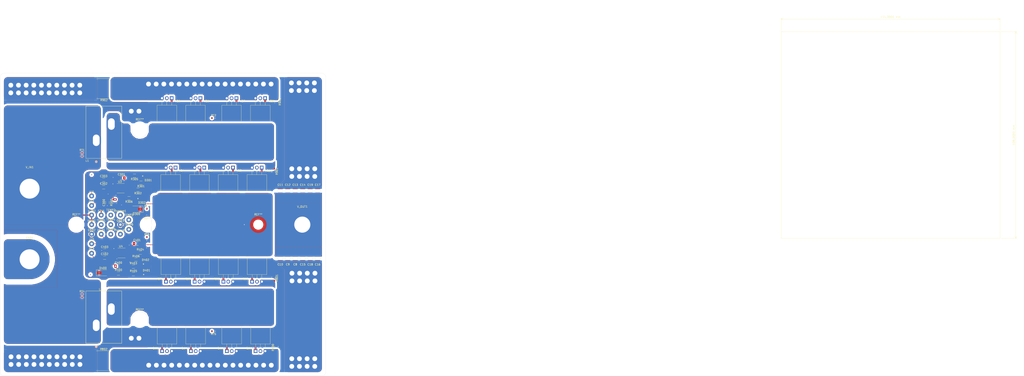
<source format=kicad_pcb>
(kicad_pcb (version 20221018) (generator pcbnew)
  (layers (0 "F.Cu" signal) (1 "In1.Cu" power) (2 "In2.Cu" signal) (31 "B.Cu" power) (34 "B.Paste" user) (35 "F.Paste" user) (36 "B.SilkS" user "B.Silkscreen") (37 "F.SilkS" user "F.Silkscreen") (38 "B.Mask" user) (39 "F.Mask" user) (44 "Edge.Cuts" user))
  (net 0 "")
  (net 1 "Vout")
  (net 2 "GND")
  (net 3 "Vin")
  (net 4 "/HO1")
  (net 5 "/LO1")
  (net 6 "/HO2")
  (net 7 "/LO2")
  (net 8 "Net-(U3-HO)")
  (net 9 "Net-(U3-LO)")
  (net 10 "/HL1")
  (net 11 "/LL1")
  (net 12 "/HL2")
  (net 13 "/LL2")
  (net 14 "/Rsense1")
  (net 15 "Net-(Q1-S)")
  (net 16 "Net-(Q10-S)")
  (net 17 "/12V")
  (net 18 "Net-(D300-K)")
  (net 19 "Net-(D400-K)")
  (net 20 "Net-(D300-A)")
  (net 21 "Net-(D400-A)")
  (net 22 "Net-(D301-K)")
  (net 23 "Net-(D302-K)")
  (net 24 "Net-(D401-K)")
  (net 25 "Net-(D402-K)")
  (net 26 "/Rsense2")
  (net 27 "Net-(U4-HO)")
  (net 28 "Net-(U4-LO)")
  (net 29 "Net-(RT1-Pad2)")
  (net 30 "Net-(RT2-Pad2)")
  (net 31 "Net-(RT3-Pad1)")
  (net 32 "Net-(RT5-Pad1)")
  (net 33 "Net-(RT4-Pad1)")
  (net 34 "Net-(RT6-Pad1)")
  (footprint "Resistor_SMD:R_1206_3216Metric_Pad1.30x1.75mm_HandSolder" (layer "F.Cu") (at 166.4 186.9 180)
    (fp_text reference "R405")
    (fp_text value "2.2")
  )
  (footprint "Resistor_SMD:R_1206_3216Metric_Pad1.30x1.75mm_HandSolder" (layer "F.Cu") (at 158.6 186.5)
    (fp_text reference "R400")
    (fp_text value "49.9")
  )
  (footprint "Resistor_SMD:R_1206_3216Metric_Pad1.30x1.75mm_HandSolder" (layer "F.Cu") (at 156.8 149.4 90)
    (fp_text reference "R300")
    (fp_text value "49.9")
  )
  (footprint "MountingHole:MountingHole_4.3mm_M4" (layer "F.Cu") (at 231.6 161)
    (fp_text reference "REF**")
    (fp_text value "MountingHole_4.3mm_M4")
  )
  (footprint "Capacitor_SMD:C_1206_3216Metric_Pad1.33x1.80mm_HandSolder" (layer "F.Cu") (at 151.385 178.2)
    (fp_text reference "C402")
    (fp_text value "33pF")
  )
  (footprint "TestPoint:TestPoint_THTPad_D2.5mm_Drill1.2mm" (layer "F.Cu") (at 154.6 161 90)
    (fp_text reference "TEMP4")
    (fp_text value "MountingHole_Pad")
  )
  (footprint "Capacitor_SMD:C_1210_3225Metric_Pad1.33x2.70mm_HandSolder" (layer "F.Cu") (at 247 178.6375 -90)
    (fp_text reference "C9")
    (fp_text value "10uF")
  )
  (footprint "Capacitor_SMD:C_1210_3225Metric_Pad1.33x2.70mm_HandSolder" (layer "F.Cu") (at 258.7 143.3375 90)
    (fp_text reference "C19")
    (fp_text value "0.1uF")
  )
  (footprint "SnapEDA Library:TO-220-3_Horizontal_TabDown no hole" (layer "F.Cu") (at 203.4 131.1875 180)
    (fp_text reference "Q3")
    (fp_text value "NMOS")
  )
  (footprint "Resistor_SMD:R_1206_3216Metric_Pad1.30x1.75mm_HandSolder" (layer "F.Cu") (at 164.1 147.2 180)
    (fp_text reference "R306")
    (fp_text value "2.2")
  )
  (footprint "SnapEDA Library:PSR500HTQFB0L10" (layer "F.Cu") (at 150.9 232.1 180)
    (fp_text reference "R802")
    (fp_text value "0.0001")
  )
  (footprint "TestPoint:TestPoint_THTPad_D2.5mm_Drill1.2mm" (layer "F.Cu") (at 159.6 166)
    (fp_text reference "Rsense2")
    (fp_text value "MountingHole_Pad")
  )
  (footprint "Capacitor_SMD:C_1206_3216Metric_Pad1.33x1.80mm_HandSolder" (layer "F.Cu") (at 158.6 182.7 180)
    (fp_text reference "C400")
    (fp_text value "22uF")
  )
  (footprint "TestPoint:TestPoint_THTPad_D2.5mm_Drill1.2mm" (layer "F.Cu") (at 164 158.5 90)
    (fp_text reference "TEMP3")
    (fp_text value "MountingHole_Pad")
  )
  (footprint "TestPoint:TestPoint_THTPad_D2.5mm_Drill1.2mm" (layer "F.Cu") (at 149.6 166)
    (fp_text reference "Vout1")
    (fp_text value "MountingHole_Pad")
  )
  (footprint "Resistor_SMD:R_1206_3216Metric_Pad1.30x1.75mm_HandSolder" (layer "F.Cu") (at 241.1 96.8 -90)
    (fp_text reference "R900")
    (fp_text value "1k")
  )
  (footprint "SnapEDA Library:TO-220-3_Horizontal_TabDown no hole" (layer "F.Cu") (at 186.4 94.8875 180)
    (fp_text reference "Q5")
    (fp_text value "NMOS")
  )
  (footprint "SnapEDA Library:TO-220-3_Horizontal_TabDown no hole" (layer "F.Cu") (at 220.2 94.9 180)
    (fp_text reference "Q7")
    (fp_text value "NMOS")
  )
  (footprint "TestPoint:TestPoint_THTPad_D2.5mm_Drill1.2mm" (layer "F.Cu") (at 149.6 161)
    (fp_text reference "TEMP1")
    (fp_text value "MountingHole_Pad")
  )
  (footprint "TestPoint:TestPoint_THTPad_D2.5mm_Drill1.2mm" (layer "F.Cu") (at 144.6 166)
    (fp_text reference "GND2")
    (fp_text value "MountingHole_Pad")
  )
  (footprint "TestPoint:TestPoint_THTPad_D2.5mm_Drill1.2mm" (layer "F.Cu") (at 159.6 161)
    (fp_text reference "GND3")
    (fp_text value "MountingHole_Pad")
  )
  (footprint "SnapEDA Library:TO-220-3_Horizontal_TabDown no hole" (layer "F.Cu") (at 233.4 131.1875 180)
    (fp_text reference "Q1")
    (fp_text value "NMOS")
  )
  (footprint "SnapEDA Library:MBRM130LT1G" (layer "F.Cu") (at 173.049 187.85)
    (fp_text reference "D401")
    (fp_text value "MBRM130LT1G" hide)
  )
  (footprint "MountingHole:MountingHole_8.4mm_M8_Pad_TopBottom" (layer "F.Cu") (at 112.2 179.1)
    (fp_text reference "GND1")
    (fp_text value "MountingHole_Pad")
  )
  (footprint "Capacitor_SMD:C_1206_3216Metric_Pad1.33x1.80mm_HandSolder" (layer "F.Cu") (at 151.4 174.5)
    (fp_text reference "C403")
    (fp_text value "33pF")
  )
  (footprint "Resistor_SMD:R_1206_3216Metric_Pad1.30x1.75mm_HandSolder" (layer "F.Cu") (at 239.5 188.9 90)
    (fp_text reference "R801")
    (fp_text value "1k")
  )
  (footprint "TestPoint:TestPoint_THTPad_D2.5mm_Drill1.2mm" (layer "F.Cu") (at 144.6 156)
    (fp_text reference "V_IN2")
    (fp_text value "MountingHole_Pad")
  )
  (footprint "SnapEDA Library:TO-220-3_Horizontal_TabDown no hole" (layer "F.Cu") (at 218.4 131.1875 180)
    (fp_text reference "Q2")
    (fp_text value "NMOS")
  )
  (footprint "TestPoint:TestPoint_THTPad_D2.5mm_Drill1.2mm" (layer "F.Cu") (at 144.6 146)
    (fp_text reference "LL1")
    (fp_text value "MountingHole_Pad")
  )
  (footprint "TestPoint:TestPoint_THTPad_D2.5mm_Drill1.2mm" (layer "F.Cu") (at 164 163.5 90)
    (fp_text reference "TEMP6")
    (fp_text value "MountingHole_Pad")
  )
  (footprint "Resistor_SMD:R_0603_1608Metric_Pad0.98x0.95mm_HandSolder" (layer "F.Cu") (at 208.3 105.3 180)
    (fp_text reference "RT2")
    (fp_text value "36.5k")
  )
  (footprint "MountingHole:MountingHole_8.4mm_M8_Pad_TopBottom" (layer "F.Cu") (at 112.2 142.2)
    (fp_text reference "V_IN1")
    (fp_text value "MountingHole_Pad")
  )
  (footprint "TestPoint:TestPoint_THTPad_D2.5mm_Drill1.2mm" (layer "F.Cu") (at 154.6 166 90)
    (fp_text reference "TEMP5")
    (fp_text value "MountingHole_Pad")
  )
  (footprint "TestPoint:TestPoint_THTPad_D2.5mm_Drill1.2mm" (layer "F.Cu") (at 149.6 156)
    (fp_text reference "12V1")
    (fp_text value "MountingHole_Pad")
  )
  (footprint "Capacitor_SMD:C_1210_3225Metric_Pad1.33x2.70mm_HandSolder" (layer "F.Cu") (at 254.8 178.6375 -90)
    (fp_text reference "C15")
    (fp_text value "10uF")
  )
  (footprint "MountingHole:MountingHole_4.3mm_M4" (layer "F.Cu") (at 169.7 111.3)
    (fp_text reference "REF**")
    (fp_text value "MountingHole_4.3mm_M4")
  )
  (footprint "Resistor_SMD:R_0603_1608Metric_Pad0.98x0.95mm_HandSolder" (layer "F.Cu") (at 139.6 198.2 -90)
    (fp_text reference "RT4")
    (fp_text value "36.5k")
  )
  (footprint "Capacitor_SMD:C_1210_3225Metric_Pad1.33x2.70mm_HandSolder" (layer "F.Cu") (at 250.9 178.6375 -90)
    (fp_text reference "C8")
    (fp_text value "10uF")
  )
  (footprint "Capacitor_SMD:C_1210_3225Metric_Pad1.33x2.70mm_HandSolder" (layer "F.Cu") (at 262.6 143.3375 90)
    (fp_text reference "C17")
    (fp_text value "0.1uF")
  )
  (footprint "SnapEDA Library:TO-220-3_Horizontal_TabDown no hole" (layer "F.Cu") (at 196.4 227.1125)
    (fp_text reference "Q14")
    (fp_text value "NMOS")
  )
  (footprint "TestPoint:TestPoint_THTPad_D2.5mm_Drill1.2mm" (layer "F.Cu") (at 159.6 156)
    (fp_text reference "Rsense1")
    (fp_text value "MountingHole_Pad")
  )
  (footprint "Capacitor_SMD:C_1210_3225Metric_Pad1.33x2.70mm_HandSolder" (layer "F.Cu") (at 254.8 143.3375 90)
    (fp_text reference "C14")
    (fp_text value "10uF")
  )
  (footprint "MountingHole:MountingHole_4.3mm_M4" (layer "F.Cu") (at 169.7 210.7)
    (fp_text reference "REF**")
    (fp_text value "MountingHole_4.3mm_M4")
  )
  (footprint "Capacitor_SMD:C_1206_3216Metric_Pad1.33x1.80mm_HandSolder" (layer "F.Cu") (at 150.8875 137.5)
    (fp_text reference "C303")
    (fp_text value "33pF")
  )
  (footprint "MountingHole:MountingHole_4.3mm_M4" (layer "F.Cu") (at 173.9 161)
    (fp_text reference "REF**")
    (fp_text value "MountingHole_4.3mm_M4")
  )
  (footprint "SnapEDA Library:MBRM130LT1G" (layer "F.Cu") (at 172.949 182.35)
    (fp_text reference "D402")
    (fp_text value "MBRM130LT1G" hide)
  )
  (footprint "Diode_SMD:D_SMA" (layer "F.Cu") (at 150.5 186.2)
    (fp_text reference "D400")
    (fp_text value "BYG20J-E3/TR")
  )
  (footprint "TestPoint:TestPoint_THTPad_D2.5mm_Drill1.2mm" (layer "F.Cu") (at 144.6 176)
    (fp_text reference "HL2")
    (fp_text value "MountingHole_Pad")
  )
  (footprint "SnapEDA Library:MBRM130LT1G" (layer "F.Cu") (at 170.049 148.15)
    (fp_text reference "D302")
    (fp_text value "MBRM130LT1G" hide)
  )
  (footprint "Capacitor_SMD:C_1210_3225Metric_Pad1.33x2.70mm_HandSolder" (layer "F.Cu") (at 262.6 178.6375 -90)
    (fp_text reference "C16")
    (fp_text value "0.1uF")
  )
  (footprint "Capacitor_SMD:C_1210_3225Metric_Pad1.33x2.70mm_HandSolder" (layer "F.Cu") (at 243.1 143.3375 90)
    (fp_text reference "C11")
    (fp_text value "10uF")
  )
  (footprint "Resistor_SMD:R_1206_3216Metric_Pad1.30x1.75mm_HandSolder" (layer "F.Cu") (at 170.35 139.1 180)
    (fp_text reference "R301")
    (fp_text value "3.3")
  )
  (footprint "TestPoint:TestPoint_THTPad_D2.5mm_Drill1.2mm" (layer "F.Cu") (at 154.6 156 90)
    (fp_text reference "TEMP2")
    (fp_text value "MountingHole_Pad")
  )
  (footprint "MountingHole:MountingHole_4.3mm_M4" (layer "F.Cu") (at 136.6 161)
    (fp_text reference "REF**")
    (fp_text value "MountingHole_4.3mm_M4")
  )
  (footprint "SnapEDA Library:EDITED-IND_IHDM1107BBEVR47M20_VIS" (layer "F.Cu") (at 146.982452 213.645099 90)
    (fp_text reference "L2")
    (fp_text value "470nH")
  )
  (footprint "Resistor_SMD:R_1206_3216Metric_Pad1.30x1.75mm_HandSolder" (layer "F.Cu") (at 168.8 142.8 180)
    (fp_text reference "R302")
    (fp_text value "3.3")
  )
  (footprint "SnapEDA Library:TO-220-3_Horizontal_TabDown no hole" (layer "F.Cu") (at 235.2 94.9 180)
    (fp_text reference "Q8")
    (fp_text value "NMOS")
  )
  (footprint "TestPoint:TestPoint_THTPad_D2.5mm_Drill1.2mm" (layer "F.Cu") (at 144.6 151)
    (fp_text reference "HL1")
    (fp_text value "MountingHole_Pad")
  )
  (footprint "Diode_SMD:D_SMA" (layer "F.Cu") (at 168 152.9 180)
    (fp_text reference "D300")
    (fp_text value "BYG20J-E3/TR")
  )
  (footprint "MountingHole:MountingHole_8.4mm_M8_Pad_TopBottom" (layer "F.Cu") (at 254.6 161)
    (fp_text reference "V_OUT1")
    (fp_text value "MountingHole_Pad")
  )
  (footprint "SnapEDA Library:TO-220-3_Horizontal_TabDown no hole" (layer "F.Cu") (at 201.4 94.9 180)
    (fp_text reference "Q6")
    (fp_text value "NMOS")
  )
  (footprint "Resistor_SMD:R_1206_3216Metric_Pad1.30x1.75mm_HandSolder" (layer "F.Cu") (at 167.75 179.2 180)
    (fp_text reference "R406")
    (fp_text value "2.2")
  )
  (footprint "TestPoint:TestPoint_THTPad_D2.5mm_Drill1.2mm" (layer "F.Cu") (at 144.6 171)
    (fp_text reference "LL2")
    (fp_text value "MountingHole_Pad")
  )
  (footprint "SnapEDA Library:TO-220-3_Horizontal_TabDown no hole" (layer "F.Cu") (at 213.4 190.8)
    (fp_text reference "Q11")
    (fp_text value "NMOS")
  )
  (footprint "SnapEDA Library:TO-220-3_Horizontal_TabDown no hole" (layer "F.Cu") (at 230.2 227.1125)
    (fp_text reference "Q16")
    (fp_text value "NMOS")
  )
  (footprint "SnapEDA Library:TO-220-3_Horizontal_TabDown no hole" (layer "F.Cu") (at 198.4 190.8)
    (fp_text reference "Q10")
    (fp_text value "NMOS")
  )
  (footprint "Resistor_SMD:R_0603_1608Metric_Pad0.98x0.95mm_HandSolder" (layer "F.Cu") (at 173.4 153.6 -90)
    (fp_text reference "RT3")
    (fp_text value "36.5k")
  )
  (footprint "Resistor_SMD:R_0603_1608Metric_Pad0.98x0.95mm_HandSolder" (layer "F.Cu") (at 173.4 168.4 -90)
    (fp_text reference "RT6")
    (fp_text value "36.5k")
  )
  (footprint "Resistor_SMD:R_0603_1608Metric_Pad0.98x0.95mm_HandSolder" (layer "F.Cu") (at 139.6 124.3 -90)
    (fp_text reference "RT1")
    (fp_text value "36.5k")
  )
  (footprint "Resistor_SMD:R_1206_3216Metric_Pad1.30x1.75mm_HandSolder" (layer "F.Cu") (at 241.1 225.2 90)
    (fp_text reference "R800")
    (fp_text value "1k")
  )
  (footprint "SnapEDA Library:TO-220-3_Horizontal_TabDown no hole" (layer "F.Cu") (at 183.4 190.8)
    (fp_text reference "Q9")
    (fp_text value "NMOS")
  )
  (footprint "TestPoint:TestPoint_THTPad_D2.5mm_Drill1.2mm" (layer "F.Cu") (at 144.6 161)
    (fp_text reference "Vcap1")
    (fp_text value "MountingHole_Pad")
  )
  (footprint "SnapEDA Library:PSR500HTQFB0L10" (layer "F.Cu") (at 151 89.9 180)
    (fp_text reference "R902")
    (fp_text value "0.0001")
  )
  (footprint "Resistor_SMD:R_1206_3216Metric_Pad1.30x1.75mm_HandSolder" (layer "F.Cu") (at 170 175.7 180)
    (fp_text reference "R404")
    (fp_text value "3.3")
  )
  (footprint "Resistor_SMD:R_1206_3216Metric_Pad1.30x1.75mm_HandSolder" (layer "F.Cu") (at 167 135.4 180)
    (fp_text reference "R305")
    (fp_text value "2.2")
  )
  (footprint "Resistor_SMD:R_1206_3216Metric_Pad1.30x1.75mm_HandSolder" (layer "F.Cu") (at 166.4 182.9 180)
    (fp_text reference "R403")
    (fp_text value "3.3")
  )
  (footprint "SnapEDA Library:SOIC127P599X175-8N" (layer "F.Cu") (at 160.255 175.805)
    (fp_text reference "U4")
    (fp_text value "UCC27712DR")
  )
  (footprint "Capacitor_SMD:C_1206_3216Metric_Pad1.33x1.80mm_HandSolder" (layer "F.Cu") (at 152.8 149.5 90)
    (fp_text reference "C300")
    (fp_text value "22uF")
  )
  (footprint "Capacitor_SMD:C_1210_3225Metric_Pad1.33x2.70mm_HandSolder" (layer "F.Cu") (at 258.7 178.6375 -90)
    (fp_text reference "C18")
    (fp_text value "0.1uF")
  )
  (footprint "Capacitor_SMD:C_1210_3225Metric_Pad1.33x2.70mm_HandSolder" (layer "F.Cu") (at 250.9 143.3375 90)
    (fp_text reference "C13")
    (fp_text value "10uF")
  )
  (footprint "Capacitor_SMD:C_1206_3216Metric_Pad1.33x1.80mm_HandSolder" (layer "F.Cu") (at 150.8875 141.4)
    (fp_text reference "C302")
    (fp_text value "33pF")
  )
  (footprint "SnapEDA Library:TO-220-3_Horizontal_TabDown no hole" (layer "F.Cu") (at 188.4 131.1875 180)
    (fp_text reference "Q4")
    (fp_text value "NMOS")
  )
  (footprint "SnapEDA Library:MBRM130LT1G" (layer "F.Cu") (at 172.549 136.35)
    (fp_text reference "D301")
    (fp_text value "MBRM130LT1G" hide)
  )
  (footprint "Capacitor_SMD:C_1206_3216Metric_Pad1.33x1.80mm_HandSolder" (layer "F.Cu") (at 168.3 170.9)
    (fp_text reference "C401")
    (fp_text value "2.2uF")
  )
  (footprint "SnapEDA Library:TO-220-3_Horizontal_TabDown no hole" (layer "F.Cu") (at 215.2 227.1125)
    (fp_text reference "Q15")
    (fp_text value "NMOS")
  )
  (footprint "SnapEDA Library:TO-220-3_Horizontal_TabDown no hole" (layer "F.Cu") (at 228.4 190.8)
    (fp_text reference "Q12")
    (fp_text value "NMOS")
  )
  (footprint "Capacitor_SMD:C_1206_3216Metric_Pad1.33x1.80mm_HandSolder" (layer "F.Cu") (at 160.1 136.6 180)
    (fp_text reference "C301")
    (fp_text value "2.2uF")
  )
  (footprint "SnapEDA Library:TO-220-3_Horizontal_TabDown no hole" (layer "F.Cu") (at 181.4 227.1125)
    (fp_text reference "Q13")
    (fp_text value "NMOS")
  )
  (footprint "SnapEDA Library:SOIC127P599X175-8N" (layer "F.Cu") (at 159.755 142)
    (fp_text reference "U3")
    (fp_text value "UCC27712DR")
  )
  (footprint "Capacitor_SMD:C_1210_3225Metric_Pad1.33x2.70mm_HandSolder" (layer "F.Cu") (at 247 143.3375 90)
    (fp_text reference "C12")
    (fp_text value "10uF")
  )
  (footprint "SnapEDA Library:EDITED-IND_IHDM1107BBEVR47M20_VIS" (layer "F.Cu") (at 147.000001 116.899998 90)
    (fp_text reference "L1")
    (fp_text value "470nH")
  )
  (footprint "Capacitor_SMD:C_1210_3225Metric_Pad1.33x2.70mm_HandSolder" (layer "F.Cu") (at 243.1 178.6375 -90)
    (fp_text reference "C10")
    (fp_text value "10uF")
  )
  (footprint "Resistor_SMD:R_1206_3216Metric_Pad1.30x1.75mm_HandSolder" (layer "F.Cu") (at 239.5 133.1 -90)
    (fp_text reference "R901")
    (fp_text value "1k")
  )
  (footprint "Resistor_SMD:R_0603_1608Metric_Pad0.98x0.95mm_HandSolder" (layer "F.Cu") (at 208.3 216.7)
    (fp_text reference "RT5")
    (fp_text value "36.5k")
  )
  (gr_line (start 504.6 60.1) (end 504.6 168.1) (stroke (width 0.1)) (layer "F.SilkS"))
  (gr_line (start 504.6 168.1) (end 618.9 168.1) (stroke (width 0.1)) (layer "F.SilkS"))
  (gr_line (start 618.9 60.1) (end 618.9 168.1) (stroke (width 0.1)) (layer "F.SilkS"))
  (gr_line (start 504.6 60.1) (end 618.9 60.1) (stroke (width 0.1)) (layer "F.SilkS"))
  (gr_line (start 266.8 238.1) (end 266.8 172.7) (stroke (width 0.05)) (layer "Edge.Cuts"))
  (gr_poly (pts (xy 238.4 194) (xy 239.6 194.4) (xy 240.3 195.7) (xy 240.3 212.6) (xy 239.9 213.7) (xy 238.6 214.4) (xy 176.1 214.4) (xy 174.7 213.9) (xy 174 212.6) (xy 174 209.5) (xy 173 207.5) (xy 171.3 206.5) (xy 169.4 206.3) (xy 167.8 206.7) (xy 166.4 207.8) (xy 165.4 209.5) (xy 165.2 213.1) (xy 163.8 214.3) (xy 153.8 214.3) (xy 152.4 213.7) (xy 152 212.6) (xy 152 195.9) (xy 152.4 194.7) (xy 153.6 194)) (stroke (width 0.05)) (fill none) (layer "Edge.Cuts"))
  (gr_line (start 264.8 81.9) (end 98.8 81.9) (stroke (width 0.05)) (layer "Edge.Cuts"))
  (gr_line (start 240.4 195.8) (end 240.4 212.5) (stroke (width 0.05)) (layer "Edge.Cuts"))
  (gr_arc (start 96.8 83.9) (mid 97.385786 82.485786) (end 98.8 81.9) (stroke (width 0.05)) (layer "Edge.Cuts"))
  (gr_line (start 165.5 109.5) (end 165.5 111.3) (stroke (width 0.05)) (layer "Edge.Cuts"))
  (gr_line (start 180.3 143.8) (end 237.8 143.8) (stroke (width 0.05)) (layer "Edge.Cuts"))
  (gr_line (start 239.8 145.8) (end 239.8 149.3) (stroke (width 0.05)) (layer "Edge.Cuts"))
  (gr_line (start 151.9 212.5) (end 151.9 195.8) (stroke (width 0.05)) (layer "Edge.Cuts"))
  (gr_arc (start 237.8 143.8) (mid 239.214214 144.385786) (end 239.8 145.8) (stroke (width 0.05)) (layer "Edge.Cuts"))
  (gr_line (start 266.8 149.3) (end 266.8 172.7) (stroke (width 0.05)) (layer "Edge.Cuts"))
  (gr_arc (start 153.9 214.5) (mid 152.485786 213.914214) (end 151.9 212.5) (stroke (width 0.05)) (layer "Edge.Cuts"))
  (gr_line (start 175.6 175.2) (end 175.6 146.8) (stroke (width 0.05)) (layer "Edge.Cuts"))
  (gr_line (start 238.4 128.2) (end 153.9 128.2) (stroke (width 0.05)) (layer "Edge.Cuts"))
  (gr_poly (pts (xy 239.6 145.9) (xy 239.6 176.2) (xy 239.2 177.3) (xy 237.8 178) (xy 180.2 178) (xy 179.3 177.7) (xy 178.7 176.9) (xy 176.6 176.7) (xy 175.9 175.5) (xy 175.9 146.8) (xy 176.4 145.6) (xy 178.5 145) (xy 179.3 144.3) (xy 180.2 144) (xy 237.8 144.1) (xy 239.1 144.6)) (stroke (width 0.05)) (fill none) (layer "Edge.Cuts"))
  (gr_arc (start 177.6 177.2) (mid 176.185786 176.614214) (end 175.6 175.2) (stroke (width 0.05)) (layer "Edge.Cuts"))
  (gr_line (start 239.8 172.7) (end 239.8 176.2) (stroke (width 0.05)) (layer "Edge.Cuts"))
  (gr_line (start 173.9 109.5) (end 173.9 111.3) (stroke (width 0.05)) (layer "Edge.Cuts"))
  (gr_line (start 98.8 240.1) (end 264.8 240.1) (stroke (width 0.05)) (layer "Edge.Cuts"))
  (gr_line (start 266.8 83.9) (end 266.8 149.3) (stroke (width 0.05)) (layer "Edge.Cuts"))
  (gr_line (start 159.9 104.1) (end 159.9 105.5) (stroke (width 0.05)) (layer "Edge.Cuts"))
  (gr_line (start 151.9 126.2) (end 151.9 104.1) (stroke (width 0.05)) (layer "Edge.Cuts"))
  (gr_arc (start 266.8 238.1) (mid 266.214214 239.514214) (end 264.8 240.1) (stroke (width 0.05)) (layer "Edge.Cuts"))
  (gr_arc (start 175.6 146.8) (mid 176.185786 145.385786) (end 177.6 144.8) (stroke (width 0.05)) (layer "Edge.Cuts"))
  (gr_arc (start 157.9 102.1) (mid 159.314214 102.685786) (end 159.9 104.1) (stroke (width 0.05)) (layer "Edge.Cuts"))
  (gr_line (start 157.9 102.1) (end 153.9 102.1) (stroke (width 0.05)) (layer "Edge.Cuts"))
  (gr_line (start 237.8 178.2) (end 180.3 178.2) (stroke (width 0.05)) (layer "Edge.Cuts"))
  (gr_arc (start 163.5 107.5) (mid 164.914214 108.085786) (end 165.5 109.5) (stroke (width 0.05)) (layer "Edge.Cuts"))
  (gr_arc (start 240.4 212.5) (mid 239.814214 213.914214) (end 238.4 214.5) (stroke (width 0.05)) (layer "Edge.Cuts"))
  (gr_arc (start 238.4 107.5) (mid 239.814214 108.085786) (end 240.4 109.5) (stroke (width 0.05)) (layer "Edge.Cuts"))
  (gr_line (start 165.5 212.5) (end 165.5 210.7) (stroke (width 0.05)) (layer "Edge.Cuts"))
  (gr_arc (start 165.5 212.5) (mid 164.914214 213.914214) (end 163.5 214.5) (stroke (width 0.05)) (layer "Edge.Cuts"))
  (gr_line (start 238.4 214.5) (end 175.9 214.5) (stroke (width 0.05)) (layer "Edge.Cuts"))
  (gr_line (start 153.9 193.8) (end 238.4 193.8) (stroke (width 0.05)) (layer "Edge.Cuts"))
  (gr_line (start 239.8 177.7) (end 239.8 177.7) (stroke (width 0.05)) (layer "Edge.Cuts"))
  (gr_line (start 96.8 83.9) (end 96.8 238.1) (stroke (width 0.05)) (layer "Edge.Cuts"))
  (gr_poly (pts (xy 238.4 128) (xy 239.6 127.6) (xy 240.3 126.3) (xy 240.3 109.4) (xy 239.9 108.3) (xy 238.6 107.6) (xy 176.1 107.6) (xy 174.7 108.1) (xy 174 109.4) (xy 174 112.5) (xy 173 114.5) (xy 171.3 115.5) (xy 169.4 115.7) (xy 167.8 115.3) (xy 166.4 114.2) (xy 165.4 112.5) (xy 165.2 108.9) (xy 163.8 107.7) (xy 161.5 107.7) (xy 160.2 107) (xy 159.8 105.8) (xy 159.8 104.1) (xy 159.3 102.9) (xy 158 102.2) (xy 153.7 102.2) (xy 152.6 102.7) (xy 152 104.1) (xy 152 109.4) (xy 152 126.1) (xy 152.4 127.3) (xy 153.6 128)) (stroke (width 0.05)) (fill none) (layer "Edge.Cuts"))
  (gr_arc (start 98.8 240.1) (mid 97.385785 239.514214) (end 96.8 238.1) (stroke (width 0.05)) (layer "Edge.Cuts"))
  (gr_line (start 163.5 214.5) (end 153.9 214.5) (stroke (width 0.05)) (layer "Edge.Cuts"))
  (gr_arc (start 175.9 214.5) (mid 174.485786 213.914214) (end 173.9 212.5) (stroke (width 0.05)) (layer "Edge.Cuts"))
  (gr_arc (start 173.9 109.5) (mid 174.485786 108.085786) (end 175.9 107.5) (stroke (width 0.05)) (layer "Edge.Cuts"))
  (gr_line (start 240.4 109.5) (end 240.4 126.2) (stroke (width 0.05)) (layer "Edge.Cuts"))
  (gr_line (start 173.9 212.5) (end 173.9 210.7) (stroke (width 0.05)) (layer "Edge.Cuts"))
  (gr_arc (start 153.9 128.2) (mid 152.485786 127.614214) (end 151.9 126.2) (stroke (width 0.05)) (layer "Edge.Cuts"))
  (gr_line (start 178.576132 144.78596) (end 177.6 144.8) (stroke (width 0.05)) (layer "Edge.Cuts"))
  (gr_line (start 178.576132 177.21404) (end 177.6 177.2) (stroke (width 0.05)) (layer "Edge.Cuts"))
  (gr_arc (start 178.576132 144.785959) (mid 179.307045 144.063901) (end 180.3 143.8) (stroke (width 0.05)) (layer "Edge.Cuts"))
  (gr_arc (start 151.9 195.8) (mid 152.485786 194.385786) (end 153.9 193.8) (stroke (width 0.05)) (layer "Edge.Cuts"))
  (gr_arc (start 173.9 111.3) (mid 169.7 115.5) (end 165.5 111.3) (stroke (width 0.05)) (layer "Edge.Cuts"))
  (gr_arc (start 264.8 81.9) (mid 266.214213 82.485787) (end 266.8 83.9) (stroke (width 0.05)) (layer "Edge.Cuts"))
  (gr_arc (start 151.9 104.1) (mid 152.485786 102.685786) (end 153.9 102.1) (stroke (width 0.05)) (layer "Edge.Cuts"))
  (gr_line (start 161.9 107.5) (end 163.5 107.5) (stroke (width 0.05)) (layer "Edge.Cuts"))
  (gr_line (start 239.8 172.7) (end 239.8 149.3) (stroke (width 0.05)) (layer "Edge.Cuts"))
  (gr_arc (start 180.3 178.2) (mid 179.307045 177.936099) (end 178.576132 177.214041) (stroke (width 0.05)) (layer "Edge.Cuts"))
  (gr_arc (start 239.8 176.2) (mid 239.214214 177.614214) (end 237.8 178.2) (stroke (width 0.05)) (layer "Edge.Cuts"))
  (gr_arc (start 240.4 126.2) (mid 239.814214 127.614214) (end 238.4 128.2) (stroke (width 0.05)) (layer "Edge.Cuts"))
  (gr_arc (start 161.9 107.5) (mid 160.485786 106.914214) (end 159.9 105.5) (stroke (width 0.05)) (layer "Edge.Cuts"))
  (gr_arc (start 165.5 210.7) (mid 169.7 206.5) (end 173.9 210.7) (stroke (width 0.05)) (layer "Edge.Cuts"))
  (gr_line (start 175.9 107.5) (end 238.4 107.5) (stroke (width 0.05)) (layer "Edge.Cuts"))
  (gr_arc (start 238.4 193.8) (mid 239.814214 194.385786) (end 240.4 195.8) (stroke (width 0.05)) (layer "Edge.Cuts"))
  (dimension (type aligned) (layer "F.SilkS") (pts (xy 504.6 60.1) (xy 618.9 60.1)) (height -6.6) (gr_text "114.3000 mm" (at 561.75 52.4) (layer "F.SilkS") (effects (font (size 1 1) (thickness 0.1)))) (format (prefix "") (suffix "") (units 3) (units_format 1) (precision 4)) (style (thickness 0.1) (arrow_length 1.27) (text_position_mode 0) (extension_height 0.58642) (extension_offset 0.5) keep_text_aligned))
  (dimension (type aligned) (layer "F.SilkS") (pts (xy 618.9 168.1) (xy 618.9 60.1)) (height 8.3) (gr_text "108.0000 mm" (at 626.1 114.1 90) (layer "F.SilkS") (effects (font (size 1 1) (thickness 0.1)))) (format (prefix "") (suffix "") (units 3) (units_format 1) (precision 4)) (style (thickness 0.1) (arrow_length 1.27) (text_position_mode 0) (extension_height 0.58642) (extension_offset 0.5) keep_text_aligned))
  (segment (start 161.8 170.4) (end 164.3 167.9) (width 0.25) (layer "F.Cu") (net 1))
  (segment (start 169.8625 170.9) (end 169.8625 171.1375) (width 0.25) (layer "F.Cu") (net 1))
  (segment (start 184.9 171.5) (end 185.9 172.5) (width 0.25) (layer "F.Cu") (net 1))
  (segment (start 160.455 142.635) (end 162.225 142.635) (width 0.25) (layer "F.Cu") (net 1))
  (segment (start 169.8625 171.1375) (end 168 173) (width 0.25) (layer "F.Cu") (net 1))
  (segment (start 168 173) (end 167.05 173) (width 0.25) (layer "F.Cu") (net 1))
  (segment (start 170.4625 171.5) (end 184.9 171.5) (width 0.25) (layer "F.Cu") (net 1))
  (segment (start 161.6 150.1) (end 159.8 148.3) (width 0.25) (layer "F.Cu") (net 1))
  (segment (start 167.05 173) (end 163.61 176.44) (width 0.25) (layer "F.Cu") (net 1))
  (segment (start 163.61 176.44) (end 162.725 176.44) (width 0.25) (layer "F.Cu") (net 1))
  (segment (start 169.8625 168.9625) (end 169.8625 170.9) (width 0.25) (layer "F.Cu") (net 1))
  (segment (start 160.365 142.635) (end 160.455 142.635) (width 0.25) (layer "F.Cu") (net 1))
  (segment (start 169.8625 170.9) (end 170.4625 171.5) (width 0.25) (layer "F.Cu") (net 1))
  (segment (start 164.3 167.9) (end 168.8 167.9) (width 0.25) (layer "F.Cu") (net 1))
  (segment (start 168.8 167.9) (end 169.8625 168.9625) (width 0.25) (layer "F.Cu") (net 1))
  (segment (start 149.6 166) (end 149.6 166.5) (width 0.25) (layer "F.Cu") (net 1))
  (segment (start 158.5375 136.6) (end 158.5375 137.9375) (width 0.25) (layer "F.Cu") (net 1))
  (segment (start 159.8 148.3) (end 159.8 143.2) (width 0.25) (layer "F.Cu") (net 1))
  (segment (start 158.5375 137.9375) (end 159.785 139.185) (width 0.25) (layer "F.Cu") (net 1))
  (segment (start 185.9 149.4875) (end 185.2875 150.1) (width 0.25) (layer "F.Cu") (net 1))
  (segment (start 153.5 170.4) (end 161.8 170.4) (width 0.25) (layer "F.Cu") (net 1))
  (segment (start 185.2875 150.1) (end 161.6 150.1) (width 0.25) (layer "F.Cu") (net 1))
  (segment (start 159.785 139.185) (end 159.785 141.965) (width 0.25) (layer "F.Cu") (net 1))
  (segment (start 159.785 141.965) (end 160.455 142.635) (width 0.25) (layer "F.Cu") (net 1))
  (segment (start 149.6 166.5) (end 153.5 170.4) (width 0.25) (layer "F.Cu") (net 1))
  (segment (start 159.8 143.2) (end 160.365 142.635) (width 0.25) (layer "F.Cu") (net 1))
  (via (at 224.3 161) (size 0.8) (drill 0.4) (layers "F.Cu" "B.Cu") (net 1))
  (via (at 174.1 171.5) (size 0.5) (drill 0.3) (layers "F.Cu" "B.Cu") (net 1))
  (via (at 174.1 150.1) (size 0.5) (drill 0.3) (layers "F.Cu" "B.Cu") (net 1))
  (segment (start 157.285 145.585) (end 157.3 145.6) (width 0.25) (layer "F.Cu") (net 2))
  (segment (start 157.285 143.905) (end 157.285 145.585) (width 0.25) (layer "F.Cu") (net 2))
  (segment (start 157.785 178.885) (end 157.785 177.71) (width 0.25) (layer "F.Cu") (net 2))
  (segment (start 157.785 178.885) (end 160.1625 181.2625) (width 0.25) (layer "F.Cu") (net 2))
  (segment (start 149.325 139.4575) (end 149.325 141.4) (width 0.25) (layer "F.Cu") (net 2))
  (segment (start 149.3025 140.4875) (end 149.325 140.465) (width 0.25) (layer "F.Cu") (net 2))
  (segment (start 149.3025 139.435) (end 149.3025 137.5225) (width 0.25) (layer "F.Cu") (net 2))
  (segment (start 160.1625 181.2625) (end 160.1625 182.7) (width 0.25) (layer "F.Cu") (net 2))
  (via (at 257.1 231.1) (size 3.5) (drill 2.5) (layers "F.Cu" "B.Cu") (net 2))
  (via (at 152.8 151.0625) (size 0.5) (drill 0.3) (layers "F.Cu" "B.Cu") (net 2))
  (via (at 139.6 199.1125) (size 0.5) (drill 0.3) (layers "F.Cu" "B.Cu") (net 2))
  (via (at 164.5 180.6) (size 0.5) (drill 0.3) (layers "F.Cu" "B.Cu") (net 2))
  (via (at 209.2125 216.7) (size 0.5) (drill 0.3) (layers "F.Cu" "B.Cu") (net 2))
  (via (at 130.4 88.1) (size 3.5) (drill 2.5) (layers "F.Cu" "B.Cu") (net 2))
  (via (at 260.9 86.9) (size 3.5) (drill 2.5) (layers "F.Cu" "B.Cu") (net 2))
  (via (at 102.4 92.1) (size 3.5) (drill 2.5) (layers "F.Cu" "B.Cu") (net 2))
  (via (at 160.2 150.7) (size 0.5) (drill 0.3) (layers "F.Cu" "B.Cu") (net 2))
  (via (at 249.1 231.1) (size 3.5) (drill 2.5) (layers "F.Cu" "B.Cu") (net 2))
  (via (at 157.3 145.6) (size 0.5) (drill 0.3) (layers "F.Cu" "B.Cu") (net 2))
  (via (at 256.9 90.9) (size 3.5) (drill 2.5) (layers "F.Cu" "B.Cu") (net 2))
  (via (at 173.4 169.3125) (size 0.5) (drill 0.3) (layers "F.Cu" "B.Cu") (net 2))
  (via (at 248.9 90.9) (size 3.5) (drill 2.5) (layers "F.Cu" "B.Cu") (net 2))
  (via (at 110.5 230.1) (size 3.5) (drill 2.5) (layers "F.Cu" "B.Cu") (net 2))
  (via (at 138.4 88.1) (size 3.5) (drill 2.5) (layers "F.Cu" "B.Cu") (net 2))
  (via (at 126.5 234.1) (size 3.5) (drill 2.5) (layers "F.Cu" "B.Cu") (net 2))
  (via (at 257.1 235.1) (size 3.5) (drill 2.5) (layers "F.Cu" "B.Cu") (net 2))
  (via (at 153.2 145) (size 0.5) (drill 0.3) (layers "F.Cu" "B.Cu") (net 2))
  (via (at 169.3 101.7) (size 3.5) (drill 2.5) (layers "F.Cu" "B.Cu") (net 2))
  (via (at 122.4 88.1) (size 3.5) (drill 2.5) (layers "F.Cu" "B.Cu") (net 2))
  (via (at 106.4 88.1) (size 3.5) (drill 2.5) (layers "F.Cu" "B.Cu") (net 2))
  (via (at 164.2 171.7) (size 0.5) (drill 0.3) (layers "F.Cu" "B.Cu") (net 2))
  (via (at 261.1 235.1) (size 3.5) (drill 2.5) (layers "F.Cu" "B.Cu") (net 2))
  (via (at 165.3 220.4) (size 3.5) (drill 2.5) (layers "F.Cu" "B.Cu") (net 2))
  (via (at 122.5 230.1) (size 3.5) (drill 2.5) (layers "F.Cu" "B.Cu") (net 2))
  (via (at 130.5 230.1) (size 3.5) (drill 2.5) (layers "F.Cu" "B.Cu") (net 2))
  (via (at 149.8375 174.5) (size 0.5) (drill 0.3) (layers "F.Cu" "B.Cu") (net 2))
  (via (at 256.9 86.9) (size 3.5) (drill 2.5) (layers "F.Cu" "B.Cu") (net 2))
  (via (at 155.8 136.3) (size 0.5) (drill 0.3) (layers "F.Cu" "B.Cu") (net 2))
  (via (at 106.4 92.1) (size 3.5) (drill 2.5) (layers "F.Cu" "B.Cu") (net 2))
  (via (at 110.5 234.1) (size 3.5) (drill 2.5) (layers "F.Cu" "B.Cu") (net 2))
  (via (at 253.2 190.4) (size 3.5) (drill 2.5) (layers "F.Cu" "B.Cu") (net 2))
  (via (at 257.1 135.8) (size 3.5) (drill 2.5) (layers "F.Cu" "B.Cu") (net 2))
  (via (at 252.9 90.9) (size 3.5) (drill 2.5) (layers "F.Cu" "B.Cu") (net 2))
  (via (at 126.5 230.1) (size 3.5) (drill 2.5) (layers "F.Cu" "B.Cu") (net 2))
  (via (at 122.4 92.1) (size 3.5) (drill 2.5) (layers "F.Cu" "B.Cu") (net 2))
  (via (at 261.2 190.4) (size 3.5) (drill 2.5) (layers "F.Cu" "B.Cu") (net 2))
  (via (at 261.2 186.4) (size 3.5) (drill 2.5) (layers "F.Cu" "B.Cu") (net 2))
  (via (at 253.2 186.4) (size 3.5) (drill 2.5) (layers "F.Cu" "B.Cu") (net 2))
  (via (at 118.5 230.1) (size 3.5) (drill 2.5) (layers "F.Cu" "B.Cu") (net 2))
  (via (at 122.5 234.1) (size 3.5) (drill 2.5) (layers "F.Cu" "B.Cu") (net 2))
  (via (at 249.2 186.4) (size 3.5) (drill 2.5) (layers "F.Cu" "B.Cu") (net 2))
  (via (at 253.1 135.8) (size 3.5) (drill 2.5) (layers "F.Cu" "B.Cu") (net 2))
  (via (at 261.1 131.8) (size 3.5) (drill 2.5) (layers "F.Cu" "B.Cu") (net 2))
  (via (at 134.4 92.1) (size 3.5) (drill 2.5) (layers "F.Cu" "B.Cu") (net 2))
  (via (at 253.1 231.1) (size 3.5) (drill 2.5) (layers "F.Cu" "B.Cu") (net 2))
  (via (at 257.2 186.4) (size 3.5) (drill 2.5) (layers "F.Cu" "B.Cu") (net 2))
  (via (at 260.9 90.9) (size 3.5) (drill 2.5) (layers "F.Cu" "B.Cu") (net 2))
  (via (at 114.5 230.1) (size 3.5) (drill 2.5) (layers "F.Cu" "B.Cu") (net 2))
  (via (at 138.4 92.1) (size 3.5) (drill 2.5) (layers "F.Cu" "B.Cu") (net 2))
  (via (at 249.1 131.8) (size 3.5) (drill 2.5) (layers "F.Cu" "B.Cu") (net 2))
  (via (at 165.3 101.7) (size 3.5) (drill 2.5) (layers "F.Cu" "B.Cu") (net 2))
  (via (at 106.5 230.1) (size 3.5) (drill 2.5) (layers "F.Cu" "B.Cu") (net 2))
  (via (at 114.4 92.1) (size 3.5) (drill 2.5) (layers "F.Cu" "B.Cu") (net 2))
  (via (at 138.5 230.1) (size 3.5) (drill 2.5) (layers "F.Cu" "B.Cu") (net 2))
  (via (at 139.6 123.3875) (size 0.5) (drill 0.3) (layers "F.Cu" "B.Cu") (net 2))
  (via (at 249.1 235.1) (size 3.5) (drill 2.5) (layers "F.Cu" "B.Cu") (net 2))
  (via (at 134.5 234.1) (size 3.5) (drill 2.5) (layers "F.Cu" "B.Cu") (net 2))
  (via (at 126.4 92.1) (size 3.5) (drill 2.5) (layers "F.Cu" "B.Cu") (net 2))
  (via (at 157.785 178.885) (size 0.5) (drill 0.3) (layers "F.Cu" "B.Cu") (net 2))
  (via (at 252.9 86.9) (size 3.5) (drill 2.5) (layers "F.Cu" "B.Cu") (net 2))
  (via (at 110.4 92.1) (size 3.5) (drill 2.5) (layers "F.Cu" "B.Cu") (net 2))
  (via (at 173.4 155.9) (size 0.5) (drill 0.3) (layers "F.Cu" "B.Cu") (net 2))
  (via (at 253.1 235.1) (size 3.5) (drill 2.5) (layers "F.Cu" "B.Cu") (net 2))
  (via (at 248.9 86.9) (size 3.5) (drill 2.5) (layers "F.Cu" "B.Cu") (net 2))
  (via (at 106.5 234.1) (size 3.5) (drill 2.5) (layers "F.Cu" "B.Cu") (net 2))
  (via (at 209.2125 105.3) (size 0.5) (drill 0.3) (layers "F.Cu" "B.Cu") (net 2))
  (via (at 257.2 190.4) (size 3.5) (drill 2.5) (layers "F.Cu" "B.Cu") (net 2))
  (via (at 102.5 230.1) (size 3.5) (drill 2.5) (layers "F.Cu" "B.Cu") (net 2))
  (via (at 118.4 88.1) (size 3.5) (drill 2.5) (layers "F.Cu" "B.Cu") (net 2))
  (via (at 261.1 231.1) (size 3.5) (drill 2.5) (layers "F.Cu" "B.Cu") (net 2))
  (via (at 102.5 234.1) (size 3.5) (drill 2.5) (layers "F.Cu" "B.Cu") (net 2))
  (via (at 110.4 88.1) (size 3.5) (drill 2.5) (layers "F.Cu" "B.Cu") (net 2))
  (via (at 102.4 88.1) (size 3.5) (drill 2.5) (layers "F.Cu" "B.Cu") (net 2))
  (via (at 130.5 234.1) (size 3.5) (drill 2.5) (layers "F.Cu" "B.Cu") (net 2))
  (via (at 249.1 135.8) (size 3.5) (drill 2.5) (layers "F.Cu" "B.Cu") (net 2))
  (via (at 114.5 234.1) (size 3.5) (drill 2.5) (layers "F.Cu" "B.Cu") (net 2))
  (via (at 149.3025 139.435) (size 0.5) (drill 0.3) (layers "F.Cu" "B.Cu") (net 2))
  (via (at 134.5 230.1) (size 3.5) (drill 2.5) (layers "F.Cu" "B.Cu") (net 2))
  (via (at 126.4 88.1) (size 3.5) (drill 2.5) (layers "F.Cu" "B.Cu") (net 2))
  (via (at 130.4 92.1) (size 3.5) (drill 2.5) (layers "F.Cu" "B.Cu") (net 2))
  (via (at 114.4 88.1) (size 3.5) (drill 2.5) (layers "F.Cu" "B.Cu") (net 2))
  (via (at 173.3 173.2) (size 0.5) (drill 0.3) (layers "F.Cu" "B.Cu") (net 2))
  (via (at 261.1 135.8) (size 3.5) (drill 2.5) (layers "F.Cu" "B.Cu") (net 2))
  (via (at 118.4 92.1) (size 3.5) (drill 2.5) (layers "F.Cu" "B.Cu") (net 2))
  (via (at 253.1 131.8) (size 3.5) (drill 2.5) (layers "F.Cu" "B.Cu") (net 2))
  (via (at 118.5 234.1) (size 3.5) (drill 2.5) (layers "F.Cu" "B.Cu") (net 2))
  (via (at 169.3 220.4) (size 3.5) (drill 2.5) (layers "F.Cu" "B.Cu") (net 2))
  (via (at 257.1 131.8) (size 3.5) (drill 2.5) (layers "F.Cu" "B.Cu") (net 2))
  (via (at 249.2 190.4) (size 3.5) (drill 2.5) (layers "F.Cu" "B.Cu") (net 2))
  (via (at 138.5 234.1) (size 3.5) (drill 2.5) (layers "F.Cu" "B.Cu") (net 2))
  (via (at 134.4 88.1) (size 3.5) (drill 2.5) (layers "F.Cu" "B.Cu") (net 2))
  (segment (start 144.6 161) (end 144.6 156) (width 0.6) (layer "F.Cu") (net 3))
  (segment (start 144.6 156) (end 126 156) (width 0.6) (layer "F.Cu") (net 3))
  (segment (start 126 156) (end 112.2 142.2) (width 0.6) (layer "F.Cu") (net 3))
  (segment (start 233.7 134.2) (end 234.15 134.65) (width 0.5) (layer "F.Cu") (net 4))
  (segment (start 186.3 136.5) (end 201.2 136.5) (width 1) (layer "F.Cu") (net 4))
  (segment (start 216 136.5) (end 218.4 134.1) (width 1) (layer "F.Cu") (net 4))
  (segment (start 201.2 136.5) (end 216 136.5) (width 1) (layer "F.Cu") (net 4))
  (segment (start 171.9 139.1) (end 172.5 138.5) (width 0.4) (layer "F.Cu") (net 4))
  (segment (start 177.35 138.5) (end 179.35 136.5) (width 0.4) (layer "F.Cu") (net 4))
  (segment (start 178.25 135.4) (end 179.35 136.5) (width 0.4) (layer "F.Cu") (net 4))
  (segment (start 233.4 134.2) (end 231.1 136.5) (width 1) (layer "F.Cu") (net 4))
  (segment (start 234.15 134.65) (end 239.5 134.65) (width 0.5) (layer "F.Cu") (net 4))
  (segment (start 233.4 134.2) (end 233.7 134.2) (width 0.5) (layer "F.Cu") (net 4))
  (segment (start 172.5 138.5) (end 177.35 138.5) (width 0.4) (layer "F.Cu") (net 4))
  (segment (start 175.5 135.4) (end 178.25 135.4) (width 0.4) (layer "F.Cu") (net 4))
  (segment (start 231.1 136.5) (end 216 136.5) (width 1) (layer "F.Cu") (net 4))
  (segment (start 233.4 134.2) (end 233.4 131.1875) (width 1) (layer "F.Cu") (net 4))
  (segment (start 201.4 134.4) (end 199.3 136.5) (width 1) (layer "F.Cu") (net 4))
  (segment (start 201.4 131.1875) (end 201.4 134.4) (width 1) (layer "F.Cu") (net 4))
  (segment (start 186.4 131.1875) (end 186.4 134.4) (width 1) (layer "F.Cu") (net 4))
  (segment (start 186.3 136.5) (end 179.35 136.5) (width 1) (layer "F.Cu") (net 4))
  (segment (start 218.4 134.1) (end 218.4 131.1875) (width 1) (layer "F.Cu") (net 4))
  (segment (start 186.4 134.4) (end 184.3 136.5) (width 1) (layer "F.Cu") (net 4))
  (segment (start 174.3 142.6) (end 175.8 141.1) (width 1) (layer "F.Cu") (net 5))
  (segment (start 172.996 147.2) (end 173.04 147.156) (width 0.6) (layer "F.Cu") (net 5))
  (segment (start 203.1875 102.2) (end 188.2 102.2) (width 1) (layer "F.Cu") (net 5))
  (segment (start 239.8 139.3) (end 242.7 136.4) (width 1) (layer "F.Cu") (net 5))
  (segment (start 203.2 102.2125) (end 203.1875 102.2) (width 1) (layer "F.Cu") (net 5))
  (segment (start 222 102.2125) (end 203.2 102.2125) (width 1) (layer "F.Cu") (net 5))
  (segment (start 173.04 143.86) (end 174.3 142.6) (width 0.4) (layer "F.Cu") (net 5))
  (segment (start 170.35 142.8) (end 174.1 142.8) (width 0.4) (layer "F.Cu") (net 5))
  (segment (start 180 139.3) (end 239.8 139.3) (width 1) (layer "F.Cu") (net 5))
  (segment (start 242.7 136.4) (end 242.7 104.65) (width 1) (layer "F.Cu") (net 5))
  (segment (start 201.4 100.4125) (end 203.2 102.2125) (width 1) (layer "F.Cu") (net 5))
  (segment (start 242.7 104.65) (end 240.2625 102.2125) (width 1) (layer "F.Cu") (net 5))
  (segment (start 220.2 100.4125) (end 222 102.2125) (width 1) (layer "F.Cu") (net 5))
  (segment (start 178.2 141.1) (end 180 139.3) (width 1) (layer "F.Cu") (net 5))
  (segment (start 237 102.2125) (end 222 102.2125) (width 1) (layer "F.Cu") (net 5))
  (segment (start 201.4 94.9) (end 201.4 100.4125) (width 1) (layer "F.Cu") (net 5))
  (segment (start 235.2 94.9) (end 235.2 100.4125) (width 1) (layer "F.Cu") (net 5))
  (segment (start 241.1 98.35) (end 241.1 101.375) (width 0.5) (layer "F.Cu") (net 5))
  (segment (start 173.04 147.156) (end 173.04 143.86) (width 0.4) (layer "F.Cu") (net 5))
  (segment (start 186.4 100.4) (end 188.2 102.2) (width 1) (layer "F.Cu") (net 5))
  (segment (start 235.2 100.4125) (end 237 102.2125) (width 1) (layer "F.Cu") (net 5))
  (segment (start 241.1 101.375) (end 240.2625 102.2125) (width 0.5) (layer "F.Cu") (net 5))
  (segment (start 186.4 94.8875) (end 186.4 100.4) (width 1) (layer "F.Cu") (net 5))
  (segment (start 174.1 142.8) (end 174.3 142.6) (width 0.6) (layer "F.Cu") (net 5))
  (segment (start 175.8 141.1) (end 178.2 141.1) (width 1) (layer "F.Cu") (net 5))
  (segment (start 240.2625 102.2125) (end 237 102.2125) (width 1) (layer "F.Cu") (net 5))
  (segment (start 220.2 94.9) (end 220.2 100.4125) (width 1) (layer "F.Cu") (net 5))
  (segment (start 167.95 182.9) (end 168.8 182.9) (width 0.4) (layer "F.Cu") (net 6))
  (segment (start 179.30625 185.4875) (end 211 185.4875) (width 1) (layer "F.Cu") (net 6))
  (segment (start 169.9 184) (end 177.80625 184) (width 0.4) (layer "F.Cu") (net 6))
  (segment (start 228.7125 187.7875) (end 228.4 187.7875) (width 0.5) (layer "F.Cu") (net 6))
  (segment (start 179.3 185.49375) (end 179.30625 185.4875) (width 1) (layer "F.Cu") (net 6))
  (segment (start 168.8 182.9) (end 169.9 184) (width 0.4) (layer "F.Cu") (net 6))
  (segment (start 198.4 187.5875) (end 196.3 185.4875) (width 1) (layer "F.Cu") (net 6))
  (segment (start 239.5 187.35) (end 229.15 187.35) (width 0.5) (layer "F.Cu") (net 6))
  (segment (start 183.4 190.8) (end 183.4 187.5875) (width 1) (layer "F.Cu") (net 6))
  (segment (start 183.4 187.5875) (end 181.3 185.4875) (width 1) (layer "F.Cu") (net 6))
  (segment (start 177.80625 184) (end 179.3 185.49375) (width 0.4) (layer "F.Cu") (net 6))
  (segment (start 177.89375 186.9) (end 179.3 185.49375) (width 0.4) (layer "F.Cu") (net 6))
  (segment (start 211 185.4875) (end 226.1 185.4875) (width 1) (layer "F.Cu") (net 6))
  (segment (start 211 185.4875) (end 213.4 187.8875) (width 1) (layer "F.Cu") (net 6))
  (segment (start 229.15 187.35) (end 228.7125 187.7875) (width 0.5) (layer "F.Cu") (net 6))
  (segment (start 176 186.9) (end 177.89375 186.9) (width 0.4) (layer "F.Cu") (net 6))
  (segment (start 226.1 185.4875) (end 228.4 187.7875) (width 1) (layer "F.Cu") (net 6))
  (segment (start 198.4 190.8) (end 198.4 187.5875) (width 1) (layer "F.Cu") (net 6))
  (segment (start 228.4 187.7875) (end 228.4 190.8) (width 1) (layer "F.Cu") (net 6))
  (segment (start 213.4 187.8875) (end 213.4 190.8) (width 1) (layer "F.Cu") (net 6))
  (segment (start 242.7 185.7) (end 242.7 217.175) (width 1) (layer "F.Cu") (net 7))
  (segment (start 181.4 227.1125) (end 181.4 221.6) (width 1) (layer "F.Cu") (net 7))
  (segment (start 239.7 182.7) (end 242.7 185.7) (width 1) (layer "F.Cu") (net 7))
  (segment (start 175.9 181.4) (end 179.2 181.4) (width 0.4) (layer "F.Cu") (net 7))
  (segment (start 181.4 221.6) (end 183.2 219.8) (width 1) (layer "F.Cu") (net 7))
  (segment (start 242.7 217.175) (end 240.075 219.8) (width 1) (layer "F.Cu") (net 7))
  (segment (start 180.5 182.7) (end 239.7 182.7) (width 1) (layer "F.Cu") (net 7))
  (segment (start 177 179.2) (end 179.5125 181.7125) (width 0.4) (layer "F.Cu") (net 7))
  (segment (start 179.2 181.4) (end 179.5125 181.7125) (width 0.4) (layer "F.Cu") (net 7))
  (segment (start 175.05 179.2) (end 177 179.2) (width 0.4) (layer "F.Cu") (net 7))
  (segment (start 196.4 227.1125) (end 196.4 221.6) (width 1) (layer "F.Cu") (net 7))
  (segment (start 241.1 220.825) (end 240.075 219.8) (width 0.5) (layer "F.Cu") (net 7))
  (segment (start 183.2 219.8) (end 240.075 219.8) (width 1) (layer "F.Cu") (net 7))
  (segment (start 196.4 221.6) (end 198.2 219.8) (width 1) (layer "F.Cu") (net 7))
  (segment (start 179.5125 181.7125) (end 180.5 182.7) (width 1) (layer "F.Cu") (net 7))
  (segment (start 230.2 227.1125) (end 230.2 221.6) (width 1) (layer "F.Cu") (net 7))
  (segment (start 215.2 221.6) (end 217 219.8) (width 1) (layer "F.Cu") (net 7))
  (segment (start 241.1 223.65) (end 241.1 220.825) (width 0.5) (layer "F.Cu") (net 7))
  (segment (start 230.2 221.6) (end 232 219.8) (width 1) (layer "F.Cu") (net 7))
  (segment (start 171.55 175.7) (end 175.05 179.2) (width 0.4) (layer "F.Cu") (net 7))
  (segment (start 215.2 227.1125) (end 215.2 221.6) (width 1) (layer "F.Cu") (net 7))
  (segment (start 166.35 139.1) (end 168.8 139.1) (width 0.4) (layer "F.Cu") (net 8))
  (segment (start 165.45 135.4) (end 165.45 138.225) (width 0.4) (layer "F.Cu") (net 8))
  (segment (start 165.45 138.225) (end 166.325 139.1) (width 0.4) (layer "F.Cu") (net 8))
  (segment (start 162.225 141.365) (end 164.06 141.365) (width 0.4) (layer "F.Cu") (net 8))
  (segment (start 166.325 139.1) (end 166.35 139.1) (width 0.4) (layer "F.Cu") (net 8))
  (segment (start 164.06 141.365) (end 166.325 139.1) (width 0.4) (layer "F.Cu") (net 8))
  (segment (start 162.225 143.905) (end 164.67 143.905) (width 0.4) (layer "F.Cu") (net 9))
  (segment (start 162.55 147.2) (end 162.225 146.875) (width 0.4) (layer "F.Cu") (net 9))
  (segment (start 164.67 143.905) (end 165.775 142.8) (width 0.4) (layer "F.Cu") (net 9))
  (segment (start 165.775 142.8) (end 167.25 142.8) (width 0.4) (layer "F.Cu") (net 9))
  (segment (start 162.225 146.875) (end 162.225 143.905) (width 0.4) (layer "F.Cu") (net 9))
  (segment (start 152.45 141.4) (end 152.45 143.15) (width 0.25) (layer "F.Cu") (net 10))
  (segment (start 152.485 141.365) (end 157.285 141.365) (width 0.25) (layer "F.Cu") (net 10))
  (segment (start 152.45 143.15) (end 144.6 151) (width 0.25) (layer "F.Cu") (net 10))
  (segment (start 152.45 141.4) (end 152.485 141.365) (width 0.25) (layer "F.Cu") (net 10))
  (segment (start 153.125 137.5) (end 152.45 137.5) (width 0.25) (layer "F.Cu") (net 11))
  (segment (start 157.285 140.095) (end 155.72 140.095) (width 0.25) (layer "F.Cu") (net 11))
  (segment (start 144.6 138.9) (end 144.6 146) (width 0.25) (layer "F.Cu") (net 11))
  (segment (start 148.1 135.4) (end 144.6 138.9) (width 0.25) (layer "F.Cu") (net 11))
  (segment (start 155.72 140.095) (end 153.125 137.5) (width 0.25) (layer "F.Cu") (net 11))
  (segment (start 152.45 135.95) (end 151.9 135.4) (width 0.25) (layer "F.Cu") (net 11))
  (segment (start 151.9 135.4) (end 148.1 135.4) (width 0.25) (layer "F.Cu") (net 11))
  (segment (start 152.45 137.5) (end 152.45 135.95) (width 0.25) (layer "F.Cu") (net 11))
  (segment (start 152.1 180.4) (end 148.1 180.4) (width 0.25) (layer "F.Cu") (net 12))
  (segment (start 155.83 175.17) (end 152.9475 178.0525) (width 0.25) (layer "F.Cu") (net 12))
  (segment (start 152.9475 179.5525) (end 152.1 180.4) (width 0.25) (layer "F.Cu") (net 12))
  (segment (start 148.1 180.4) (end 144.6 176.9) (width 0.25) (layer "F.Cu") (net 12))
  (segment (start 152.9475 178.0525) (end 152.9475 179.5525) (width 0.25) (layer "F.Cu") (net 12))
  (segment (start 157.785 175.17) (end 155.83 175.17) (width 0.25) (layer "F.Cu") (net 12))
  (segment (start 144.6 176.9) (end 144.6 176) (width 0.25) (layer "F.Cu") (net 12))
  (segment (start 152.9625 174.28125) (end 149.68125 171) (width 0.25) (layer "F.Cu") (net 13))
  (segment (start 154.1 174.5) (end 152.9625 174.5) (width 0.25) (layer "F.Cu") (net 13))
  (segment (start 152.9625 174.5) (end 152.9625 174.28125) (width 0.25) (layer "F.Cu") (net 13))
  (segment (start 157.785 173.9) (end 154.7 173.9) (width 0.25) (layer "F.Cu") (net 13))
  (segment (start 154.7 173.9) (end 154.1 174.5) (width 0.25) (layer "F.Cu") (net 13))
  (segment (start 149.68125 171) (end 144.6 171) (width 0.25) (layer "F.Cu") (net 13))
  (via (at 202.3 87.5) (size 3.5) (drill 2.5) (layers "F.Cu" "B.Cu") (net 14))
  (via (at 178.3 87.5) (size 3.5) (drill 2.5) (layers "F.Cu" "B.Cu") (net 14))
  (via (at 214.3 87.5) (size 3.5) (drill 2.5) (layers "F.Cu" "B.Cu") (net 14))
  (via (at 186.3 87.5) (size 3.5) (drill 2.5) (layers "F.Cu" "B.Cu") (net 14))
  (via (at 182.3 87.5) (size 3.5) (drill 2.5) (layers "F.Cu" "B.Cu") (net 14))
  (via (at 218.3 87.5) (size 3.5) (drill 2.5) (layers "F.Cu" "B.Cu") (net 14))
  (via (at 190.3 87.5) (size 3.5) (drill 2.5) (layers "F.Cu" "B.Cu") (net 14))
  (via (at 210.3 87.5) (size 3.5) (drill 2.5) (layers "F.Cu" "B.Cu") (net 14))
  (via (at 234.3 87.5) (size 3.5) (drill 2.5) (layers "F.Cu" "B.Cu") (net 14))
  (via (at 238.3 87.5) (size 3.5) (drill 2.5) (layers "F.Cu" "B.Cu") (net 14))
  (via (at 222.3 87.5) (size 3.5) (drill 2.5) (layers "F.Cu" "B.Cu") (net 14))
  (via (at 194.3 87.5) (size 3.5) (drill 2.5) (layers "F.Cu" "B.Cu") (net 14))
  (via (at 226.3 87.5) (size 3.5) (drill 2.5) (layers "F.Cu" "B.Cu") (net 14))
  (via (at 206.3 87.5) (size 3.5) (drill 2.5) (layers "F.Cu" "B.Cu") (net 14))
  (via (at 174.3 87.5) (size 3.5) (drill 2.5) (layers "F.Cu" "B.Cu") (net 14))
  (via (at 230.3 87.5) (size 3.5) (drill 2.5) (layers "F.Cu" "B.Cu") (net 14))
  (via (at 198.3 87.5) (size 3.5) (drill 2.5) (layers "F.Cu" "B.Cu") (net 14))
  (segment (start 154.9 143.6) (end 155.865 142.635) (width 0.4) (layer "F.Cu") (net 17))
  (segment (start 155.7 181.3625) (end 155.7 177.3) (width 0.4) (layer "F.Cu") (net 17))
  (segment (start 149.6 149.7) (end 151.3625 147.9375) (width 0.6) (layer "F.Cu") (net 17))
  (segment (start 155.7 177.3) (end 156.56 176.44) (width 0.4) (layer "F.Cu") (net 17))
  (segment (start 156.7125 147.9375) (end 156.8 147.85) (width 0.4) (layer "F.Cu") (net 17))
  (segment (start 152.8 147.9375) (end 156.7125 147.9375) (width 0.6) (layer "F.Cu") (net 17))
  (segment (start 151.3625 147.9375) (end 152.8 147.9375) (width 0.6) (layer "F.Cu") (net 17))
  (segment (start 157.0375 183.1375) (end 157.0375 182.7) (width 0.25) (layer "F.Cu") (net 17))
  (segment (start 160.15 186.25) (end 157.0375 183.1375) (width 0.25) (layer "F.Cu") (net 17))
  (segment (start 156.8 147.85) (end 154.9 145.95) (width 0.4) (layer "F.Cu") (net 17))
  (segment (start 160.15 186.5) (end 160.15 186.25) (width 0.25) (layer "F.Cu") (net 17))
  (segment (start 155.865 142.635) (end 157.285 142.635) (width 0.4) (layer "F.Cu") (net 17))
  (segment (start 156.56 176.44) (end 157.785 176.44) (width 0.4) (layer "F.Cu") (net 17))
  (segment (start 157.0375 182.7) (end 155.7 181.3625) (width 0.4) (layer "F.Cu") (net 17))
  (segment (start 149.6 156) (end 149.6 149.7) (width 0.6) (layer "F.Cu") (net 17))
  (segment (start 154.9 145.95) (end 154.9 143.6) (width 0.4) (layer "F.Cu") (net 17))
  (via (at 156.8 147.85) (size 1) (drill 0.6) (layers "F.Cu" "B.Cu") (net 17))
  (via (at 157.0375 182.7) (size 1) (drill 0.6) (layers "F.Cu" "B.Cu") (net 17))
  (segment (start 161.6625 136.6) (end 161.6975 136.565) (width 0.25) (layer "F.Cu") (net 18))
  (segment (start 162.1 139.97) (end 162.225 140.095) (width 0.25) (layer "F.Cu") (net 18))
  (segment (start 162.1 137.0375) (end 162.1 139.97) (width 0.25) (layer "F.Cu") (net 18))
  (segment (start 161.6625 136.6) (end 162.1 137.0375) (width 0.25) (layer "F.Cu") (net 18))
  (via (at 170 152.9) (size 0.5) (drill 0.3) (layers "F.Cu" "B.Cu") (net 18))
  (via (at 161.6625 136.6) (size 0.5) (drill 0.3) (layers "F.Cu" "B.Cu") (net 18))
  (segment (start 162.725 173.9) (end 163.96875 173.9) (width 0.25) (layer "F.Cu") (net 19))
  (segment (start 166.7375 171.13125) (end 166.7375 170.9) (width 0.25) (layer "F.Cu") (net 19))
  (segment (start 163.96875 173.9) (end 166.7375 171.13125) (width 0.25) (layer "F.Cu") (net 19))
  (via (at 148.5 186.2) (size 0.5) (drill 0.3) (layers "F.Cu" "B.Cu") (net 19))
  (via (at 166.7375 170.9) (size 0.5) (drill 0.3) (layers "F.Cu" "B.Cu") (net 19))
  (segment (start 159.725 152.2) (end 158.475 150.95) (width 0.25) (layer "F.Cu") (net 20))
  (segment (start 166 152.9) (end 165.3 152.2) (width 0.25) (layer "F.Cu") (net 20))
  (segment (start 158.475 150.95) (end 156.8 150.95) (width 0.25) (layer "F.Cu") (net 20))
  (segment (start 165.3 152.2) (end 159.725 152.2) (width 0.25) (layer "F.Cu") (net 20))
  (segment (start 155 186.2) (end 152.5 186.2) (width 0.25) (layer "F.Cu") (net 21))
  (segment (start 157.05 186.5) (end 155.3 186.5) (width 0.25) (layer "F.Cu") (net 21))
  (segment (start 155.3 186.5) (end 155 186.2) (width 0.25) (layer "F.Cu") (net 21))
  (segment (start 169.45 135.4) (end 173.149 135.4) (width 0.4) (layer "F.Cu") (net 22))
  (segment (start 167.95 186.9) (end 173.649 186.9) (width 0.4) (layer "F.Cu") (net 24))
  (segment (start 169.3 179.2) (end 171.349 179.2) (width 0.4) (layer "F.Cu") (net 25))
  (segment (start 171.349 179.2) (end 173.549 181.4) (width 0.4) (layer "F.Cu") (net 25))
  (via (at 214.4 234.5) (size 3.5) (drill 2.5) (layers "F.Cu" "B.Cu") (net 26))
  (via (at 234.4 234.5) (size 3.5) (drill 2.5) (layers "F.Cu" "B.Cu") (net 26))
  (via (at 182.4 234.5) (size 3.5) (drill 2.5) (layers "F.Cu" "B.Cu") (net 26))
  (via (at 226.4 234.5) (size 3.5) (drill 2.5) (layers "F.Cu" "B.Cu") (net 26))
  (via (at 178.4 234.5) (size 3.5) (drill 2.5) (layers "F.Cu" "B.Cu") (net 26))
  (via (at 186.4 234.5) (size 3.5) (drill 2.5) (layers "F.Cu" "B.Cu") (net 26))
  (via (at 190.4 234.5) (size 3.5) (drill 2.5) (layers "F.Cu" "B.Cu") (net 26))
  (via (at 174.4 234.5) (size 3.5) (drill 2.5) (layers "F.Cu" "B.Cu") (net 26))
  (via (at 198.4 234.5) (size 3.5) (drill 2.5) (layers "F.Cu" "B.Cu") (net 26))
  (via (at 194.4 234.5) (size 3.5) (drill 2.5) (layers "F.Cu" "B.Cu") (net 26))
  (via (at 222.4 234.5) (size 3.5) (drill 2.5) (layers "F.Cu" "B.Cu") (net 26))
  (via (at 230.4 234.5) (size 3.5) (drill 2.5) (layers "F.Cu" "B.Cu") (net 26))
  (via (at 210.4 234.5) (size 3.5) (drill 2.5) (layers "F.Cu" "B.Cu") (net 26))
  (via (at 238.4 234.5) (size 3.5) (drill 2.5) (layers "F.Cu" "B.Cu") (net 26))
  (via (at 202.4 234.5) (size 3.5) (drill 2.5) (layers "F.Cu" "B.Cu") (net 26))
  (via (at 206.4 234.5) (size 3.5) (drill 2.5) (layers "F.Cu" "B.Cu") (net 26))
  (via (at 218.4 234.5) (size 3.5) (drill 2.5) (layers "F.Cu" "B.Cu") (net 26))
  (segment (start 164.7425 182.9) (end 160.185 178.3425) (width 0.4) (layer "F.Cu") (net 27))
  (segment (start 164.85 186.9) (end 164.85 182.9) (width 0.4) (layer "F.Cu") (net 27))
  (segment (start 164.85 182.9) (end 164.7425 182.9) (width 0.4) (layer "F.Cu") (net 27))
  (segment (start 160.185 178.3425) (end 160.185 175.8) (width 0.4) (layer "F.Cu") (net 27))
  (segment (start 160.815 175.17) (end 162.725 175.17) (width 0.4) (layer "F.Cu") (net 27))
  (segment (start 160.185 175.8) (end 160.815 175.17) (width 0.4) (layer "F.Cu") (net 27))
  (segment (start 164.64 177.71) (end 162.725 177.71) (width 0.4) (layer "F.Cu") (net 28))
  (segment (start 166.2 178.06) (end 166.2 179.2) (width 0.4) (layer "F.Cu") (net 28))
  (segment (start 165.245 177.105) (end 166.2 178.06) (width 0.4) (layer "F.Cu") (net 28))
  (segment (start 166.65 175.7) (end 165.245 177.105) (width 0.4) (layer "F.Cu") (net 28))
  (segment (start 165.245 177.105) (end 164.64 177.71) (width 0.4) (layer "F.Cu") (net 28))
  (segment (start 168.45 175.7) (end 166.65 175.7) (width 0.4) (layer "F.Cu") (net 28))
  (via (at 139.6 125.2125) (size 0.5) (drill 0.3) (layers "F.Cu" "B.Cu") (net 29))
  (via (at 207.3875 105.3) (size 0.5) (drill 0.3) (layers "F.Cu" "B.Cu") (net 30))
  (via (at 144.6 134.9) (size 0.5) (drill 0.3) (layers "F.Cu" "B.Cu") (net 30))
  (via (at 173.4 152.6875) (size 0.5) (drill 0.3) (layers "F.Cu" "B.Cu") (net 31))
  (via (at 144 187.1) (size 0.5) (drill 0.3) (layers "F.Cu" "B.Cu") (net 32))
  (via (at 207.3875 216.7) (size 0.5) (drill 0.3) (layers "F.Cu" "B.Cu") (net 32))
  (via (at 139.6 197.2875) (size 0.5) (drill 0.3) (layers "F.Cu" "B.Cu") (net 33))
  (via (at 173.4 167.4875) (size 0.5) (drill 0.3) (layers "F.Cu" "B.Cu") (net 34))
  (zone (net 2) (net_name "GND") (layer "F.Cu") (priority 3) (connect_pads yes (clearance 1)) (min_thickness 0.25) (fill yes (thermal_gap 1.5) (thermal_bridge_width 1.5) (smoothing fillet) (radius 2))
    (polygon (pts (xy 150.4 225.1) (xy 153.9 216.6) (xy 175.4 216.6) (xy 175.4 225.1)))
  )
  (zone (net 2) (net_name "GND") (layer "F.Cu") (priority 3) (connect_pads yes (clearance 1)) (min_thickness 0.25) (fill yes (thermal_gap 1.5) (thermal_bridge_width 1.5) (smoothing fillet) (radius 2))
    (polygon (pts (xy 150.4 96.9) (xy 153.9 105.4) (xy 175.4 105.4) (xy 175.4 96.9)))
  )
  (zone (net 3) (net_name "Vin") (layer "F.Cu") (priority 50) (connect_pads yes (clearance 1)) (min_thickness 0.25) (fill yes (thermal_gap 1.5) (thermal_bridge_width 1.5) (island_removal_mode 1) (island_area_min 10))
    (polygon (pts (xy 100.2 130.2) (xy 100.2 154.2) (xy 124.2 154.2) (xy 124.2 130.2)))
  )
  (zone (net 23) (net_name "Net-(D302-K)") (layer "F.Cu") (priority 20) (connect_pads (clearance 0.5)) (min_thickness 0.25) (fill yes (thermal_gap 0.5) (thermal_bridge_width 0.4) (smoothing fillet) (radius 0.2))
    (polygon (pts (xy 172 148) (xy 165 148) (xy 165 145) (xy 172 145)))
  )
  (zone (net 0) (net_name "") (layers "F.Cu" "In1.Cu" "In2.Cu" "B.Cu") (connect_pads yes (clearance 0)) (min_thickness 0.4)
    (keepout (tracks not_allowed) (vias allowed) (pads allowed) (copperpour not_allowed) (footprints allowed))
    (fill (thermal_gap 0.5) (thermal_bridge_width 0.5))
    (polygon (pts (xy 169.5 115.9) (xy 171.5 115.5) (xy 173.2 114.3) (xy 174 112.1) (xy 174 108) (xy 165.2 108) (xy 165.2 112.7) (xy 166.2 114.5) (xy 167.6 115.5)))
  )
  (zone (net 0) (net_name "") (layers "F.Cu" "In1.Cu" "In2.Cu" "B.Cu") (connect_pads yes (clearance 0)) (min_thickness 0.25)
    (keepout (tracks not_allowed) (vias allowed) (pads allowed) (copperpour not_allowed) (footprints allowed))
    (fill (thermal_gap 1.5) (thermal_bridge_width 1.5) (island_removal_mode 1) (island_area_min 10))
    (polygon (pts (xy 174.001163 111.3) (xy 173.981687 110.891148) (xy 173.923435 110.486) (xy 173.826936 110.088222) (xy 173.693062 109.701419) (xy 173.523026 109.329093) (xy 173.318369 108.974616) (xy 173.080942 108.641197) (xy 172.812898 108.331858) (xy 172.516663 108.049398) (xy 172.194919 107.796376) (xy 171.850582 107.575084) (xy 171.486768 107.387525) (xy 171.106773 107.235397) (xy 170.714038 107.12008) (xy 170.312119 107.042617) (xy 169.904658 107.003709) (xy 169.495342 107.003709) (xy 169.087881 107.042617) (xy 168.685962 107.12008) (xy 168.293227 107.235397) (xy 167.913232 107.387525) (xy 167.549419 107.575084) (xy 167.205081 107.796376) (xy 166.883337 108.049398) (xy 166.587102 108.331858) (xy 166.319058 108.641197) (xy 166.081631 108.974616) (xy 165.876974 109.329093) (xy 165.706938 109.701419) (xy 165.573064 110.088222) (xy 165.476565 110.486) (xy 165.418313 110.891148) (xy 165.398837 111.3) (xy 165.418313 111.708852) (xy 165.476565 112.114) (xy 165.573064 112.511778) (xy 165.706938 112.898581) (xy 165.876974 113.270907) (xy 166.081631 113.625384) (xy 166.319058 113.958803) (xy 166.587102 114.268142) (xy 166.883337 114.550602) (xy 167.205081 114.803624) (xy 167.549419 115.024916) (xy 167.913232 115.212475) (xy 168.293227 115.364603) (xy 168.685962 115.47992) (xy 169.087881 115.557383) (xy 169.495342 115.596291) (xy 169.904658 115.596291) (xy 170.312119 115.557383) (xy 170.714038 115.47992) (xy 171.106773 115.364603) (xy 171.486768 115.212475) (xy 171.850582 115.024916) (xy 172.194919 114.803624) (xy 172.516663 114.550602) (xy 172.812898 114.268142) (xy 173.080942 113.958803) (xy 173.318369 113.625384) (xy 173.523026 113.270907) (xy 173.693062 112.898581) (xy 173.826936 112.511778) (xy 173.923435 112.114) (xy 173.981687 111.708852)))
  )
  (zone (net 0) (net_name "") (layers "F.Cu" "In1.Cu" "In2.Cu" "B.Cu") (connect_pads yes (clearance 0)) (min_thickness 0.4)
    (keepout (tracks not_allowed) (vias allowed) (pads allowed) (copperpour not_allowed) (footprints allowed))
    (fill (thermal_gap 0.5) (thermal_bridge_width 0.5))
    (polygon (pts (xy 169.7 206.1) (xy 171.7 206.5) (xy 173.4 207.7) (xy 174.2 209.9) (xy 174.2 214) (xy 165.4 214) (xy 165.4 209.3) (xy 166.4 207.5) (xy 167.8 206.5)))
  )
  (zone (net 0) (net_name "") (layers "F.Cu" "In1.Cu" "In2.Cu" "B.Cu") (connect_pads yes (clearance 0)) (min_thickness 0.25)
    (keepout (tracks not_allowed) (vias allowed) (pads allowed) (copperpour not_allowed) (footprints allowed))
    (fill (thermal_gap 1.5) (thermal_bridge_width 1.5) (island_removal_mode 1) (island_area_min 10))
    (polygon (pts (xy 140.92886 161.003709) (xy 140.909384 160.594857) (xy 140.851132 160.189709) (xy 140.754633 159.791931) (xy 140.620759 159.405128) (xy 140.450723 159.032802) (xy 140.246066 158.678325) (xy 140.008639 158.344906) (xy 139.740595 158.035567) (xy 139.44436 157.753107) (xy 139.122616 157.500085) (xy 138.778279 157.278793) (xy 138.414465 157.091234) (xy 138.03447 156.939106) (xy 137.641735 156.823789) (xy 137.239816 156.746326) (xy 136.832355 156.707418) (xy 136.423039 156.707418) (xy 136.015578 156.746326) (xy 135.613659 156.823789) (xy 135.220924 156.939106) (xy 134.840929 157.091234) (xy 134.477116 157.278793) (xy 134.132778 157.500085) (xy 133.811034 157.753107) (xy 133.514799 158.035567) (xy 133.246755 158.344906) (xy 133.009328 158.678325) (xy 132.804671 159.032802) (xy 132.634635 159.405128) (xy 132.500761 159.791931) (xy 132.404262 160.189709) (xy 132.34601 160.594857) (xy 132.326534 161.003709) (xy 132.34601 161.412561) (xy 132.404262 161.817709) (xy 132.500761 162.215487) (xy 132.634635 162.60229) (xy 132.804671 162.974616) (xy 133.009328 163.329093) (xy 133.246755 163.662512) (xy 133.514799 163.971851) (xy 133.811034 164.254311) (xy 134.132778 164.507333) (xy 134.477116 164.728625) (xy 134.840929 164.916184) (xy 135.220924 165.068312) (xy 135.613659 165.183629) (xy 136.015578 165.261092) (xy 136.423039 165.3) (xy 136.832355 165.3) (xy 137.239816 165.261092) (xy 137.641735 165.183629) (xy 138.03447 165.068312) (xy 138.414465 164.916184) (xy 138.778279 164.728625) (xy 139.122616 164.507333) (xy 139.44436 164.254311) (xy 139.740595 163.971851) (xy 140.008639 163.662512) (xy 140.246066 163.329093) (xy 140.450723 162.974616) (xy 140.620759 162.60229) (xy 140.754633 162.215487) (xy 140.851132 161.817709) (xy 140.909384 161.412561)))
  )
  (zone (net 1) (net_name "Vout") (layers "F.Cu" "In1.Cu" "In2.Cu" "B.Cu") (priority 40) (connect_pads (clearance 2)) (min_thickness 0.25) (fill yes (thermal_gap 0.5) (thermal_bridge_width 1))
    (polygon (pts (xy 264.8 177.7) (xy 264.8 172.7) (xy 240.9 172.7) (xy 240.9 177.7)))
  )
  (zone (net 1) (net_name "Vout") (layers "F.Cu" "In1.Cu" "In2.Cu" "B.Cu") (priority 50) (connect_pads yes (clearance 1)) (min_thickness 0.25) (fill yes (thermal_gap 1.5) (thermal_bridge_width 1.5) (smoothing fillet) (radius 2) (island_removal_mode 1) (island_area_min 10))
    (polygon (pts (xy 240.9 149.3) (xy 240.9 172.7) (xy 264.8 172.7) (xy 264.8 149.3)))
  )
  (zone (net 0) (net_name "") (layers "F.Cu" "In1.Cu" "In2.Cu" "B.Cu") (connect_pads yes (clearance 0)) (min_thickness 0.25)
    (keepout (tracks not_allowed) (vias allowed) (pads allowed) (copperpour not_allowed) (footprints allowed))
    (fill (thermal_gap 1.5) (thermal_bridge_width 1.5) (island_removal_mode 1) (island_area_min 10))
    (polygon (pts (xy 174.02886 210.715458) (xy 174.009384 210.306606) (xy 173.951132 209.901458) (xy 173.854633 209.50368) (xy 173.720759 209.116877) (xy 173.550723 208.744551) (xy 173.346066 208.390074) (xy 173.108639 208.056655) (xy 172.840595 207.747316) (xy 172.54436 207.464856) (xy 172.222616 207.211834) (xy 171.878279 206.990542) (xy 171.514465 206.802983) (xy 171.13447 206.650855) (xy 170.741735 206.535538) (xy 170.339816 206.458075) (xy 169.932355 206.419167) (xy 169.523039 206.419167) (xy 169.115578 206.458075) (xy 168.713659 206.535538) (xy 168.320924 206.650855) (xy 167.940929 206.802983) (xy 167.577116 206.990542) (xy 167.232778 207.211834) (xy 166.911034 207.464856) (xy 166.614799 207.747316) (xy 166.346755 208.056655) (xy 166.109328 208.390074) (xy 165.904671 208.744551) (xy 165.734635 209.116877) (xy 165.600761 209.50368) (xy 165.504262 209.901458) (xy 165.44601 210.306606) (xy 165.426534 210.715458) (xy 165.44601 211.12431) (xy 165.504262 211.529458) (xy 165.600761 211.927236) (xy 165.734635 212.314039) (xy 165.904671 212.686365) (xy 166.109328 213.040842) (xy 166.346755 213.374261) (xy 166.614799 213.6836) (xy 166.911034 213.96606) (xy 167.232778 214.219082) (xy 167.577116 214.440374) (xy 167.940929 214.627933) (xy 168.320924 214.780061) (xy 168.713659 214.895378) (xy 169.115578 214.972841) (xy 169.523039 215.011749) (xy 169.932355 215.011749) (xy 170.339816 214.972841) (xy 170.741735 214.895378) (xy 171.13447 214.780061) (xy 171.514465 214.627933) (xy 171.878279 214.440374) (xy 172.222616 214.219082) (xy 172.54436 213.96606) (xy 172.840595 213.6836) (xy 173.108639 213.374261) (xy 173.346066 213.040842) (xy 173.550723 212.686365) (xy 173.720759 212.314039) (xy 173.854633 211.927236) (xy 173.951132 211.529458) (xy 174.009384 211.12431)))
  )
  (zone (net 1) (net_name "Vout") (layers "F.Cu" "In1.Cu" "In2.Cu" "B.Cu") (priority 40) (connect_pads (clearance 2)) (min_thickness 0.25) (fill yes (thermal_gap 0.5) (thermal_bridge_width 1))
    (polygon (pts (xy 264.8 149.3) (xy 264.8 144.3) (xy 240.9 144.3) (xy 240.9 149.3)))
  )
  (zone (net 2) (net_name "GND") (layers "F.Cu" "In1.Cu" "In2.Cu" "B.Cu") (priority 50) (connect_pads yes (clearance 2.9)) (min_thickness 0.25) (fill yes (thermal_gap 1.5) (thermal_bridge_width 1.5) (smoothing fillet) (radius 2) (island_removal_mode 1) (island_area_min 10))
    (polygon (pts (xy 114 168.7) (xy 98.8 168.7) (xy 98.8 189.5) (xy 114 189.5)))
  )
  (zone (net 0) (net_name "") (layers "F.Cu" "In1.Cu" "In2.Cu" "B.Cu") (connect_pads yes (clearance 0)) (min_thickness 0.25)
    (keepout (tracks not_allowed) (vias allowed) (pads allowed) (copperpour not_allowed) (footprints allowed))
    (fill (thermal_gap 1.5) (thermal_bridge_width 1.5) (island_removal_mode 1) (island_area_min 10))
    (polygon (pts (xy 178.22886 161.003709) (xy 178.209384 160.594857) (xy 178.151132 160.189709) (xy 178.054633 159.791931) (xy 177.920759 159.405128) (xy 177.750723 159.032802) (xy 177.546066 158.678325) (xy 177.308639 158.344906) (xy 177.040595 158.035567) (xy 176.74436 157.753107) (xy 176.422616 157.500085) (xy 176.078279 157.278793) (xy 175.714465 157.091234) (xy 175.33447 156.939106) (xy 174.941735 156.823789) (xy 174.539816 156.746326) (xy 174.132355 156.707418) (xy 173.723039 156.707418) (xy 173.315578 156.746326) (xy 172.913659 156.823789) (xy 172.520924 156.939106) (xy 172.140929 157.091234) (xy 171.777116 157.278793) (xy 171.432778 157.500085) (xy 171.111034 157.753107) (xy 170.814799 158.035567) (xy 170.546755 158.344906) (xy 170.309328 158.678325) (xy 170.104671 159.032802) (xy 169.934635 159.405128) (xy 169.800761 159.791931) (xy 169.704262 160.189709) (xy 169.64601 160.594857) (xy 169.626534 161.003709) (xy 169.64601 161.412561) (xy 169.704262 161.817709) (xy 169.800761 162.215487) (xy 169.934635 162.60229) (xy 170.104671 162.974616) (xy 170.309328 163.329093) (xy 170.546755 163.662512) (xy 170.814799 163.971851) (xy 171.111034 164.254311) (xy 171.432778 164.507333) (xy 171.777116 164.728625) (xy 172.140929 164.916184) (xy 172.520924 165.068312) (xy 172.913659 165.183629) (xy 173.315578 165.261092) (xy 173.723039 165.3) (xy 174.132355 165.3) (xy 174.539816 165.261092) (xy 174.941735 165.183629) (xy 175.33447 165.068312) (xy 175.714465 164.916184) (xy 176.078279 164.728625) (xy 176.422616 164.507333) (xy 176.74436 164.254311) (xy 177.040595 163.971851) (xy 177.308639 163.662512) (xy 177.546066 163.329093) (xy 177.750723 162.974616) (xy 177.920759 162.60229) (xy 178.054633 162.215487) (xy 178.151132 161.817709) (xy 178.209384 161.412561)))
  )
  (zone (net 14) (net_name "/Rsense1") (layers "F&B.Cu") (priority 1) (connect_pads yes (clearance 1)) (min_thickness 0.25) (fill yes (thermal_gap 1.5) (thermal_bridge_width 1.5) (smoothing fillet) (radius 2))
    (polygon (pts (xy 240 95.9) (xy 242.2 95.9) (xy 242.2 83.9) (xy 154.5 83.9) (xy 154.5 95.9)))
  )
  (zone (net 1) (net_name "Vout") (layers "F&B.Cu") (priority 40) (connect_pads yes (clearance 1)) (min_thickness 0.25) (fill yes (thermal_gap 1.5) (thermal_bridge_width 1.5) (smoothing fillet) (radius 2))
    (polygon (pts (xy 240.9 149.3) (xy 263.3 149.3) (xy 264.8 149.3) (xy 264.8 161) (xy 264.8 172.7) (xy 263.3 172.7) (xy 240.9 172.7) (xy 240.9 177.7) (xy 175.6 177.7) (xy 175.6 161) (xy 175.6 144.3) (xy 240.9 144.3)))
  )
  (zone (net 2) (net_name "GND") (layers "F&B.Cu") (priority 2) (connect_pads (clearance 1)) (min_thickness 0.4) (fill yes (thermal_gap 0.5) (thermal_bridge_width 0.5))
    (polygon (pts (xy 175.6 189.8) (xy 143 189.8) (xy 141.2 188.8) (xy 140.2 187.3) (xy 140.2 134.7) (xy 141.2 133.2) (xy 143 132.2) (xy 152.4 132.2) (xy 175.6 132.2)))
  )
  (zone (net 2) (net_name "GND") (layers "F&B.Cu") (priority 5) (connect_pads (clearance 2)) (min_thickness 0.25) (fill yes (thermal_gap 0.5) (thermal_bridge_width 1) (smoothing fillet) (radius 2))
    (polygon (pts (xy 264.8 179.6) (xy 247 179.6) (xy 240.5 179.6) (xy 245.2 184.3) (xy 245.2 185.1) (xy 245.2 238.1) (xy 264.8 238.1)))
  )
  (zone (net 15) (net_name "Net-(Q1-S)") (layers "F&B.Cu") (priority 45) (connect_pads yes (clearance 1)) (min_thickness 0.25) (fill yes (thermal_gap 1.5) (thermal_bridge_width 1.5) (smoothing fillet) (radius 2) (island_removal_mode 1) (island_area_min 10))
    (polygon (pts (xy 240.4 108) (xy 240.4 132.2) (xy 152.4 132.2) (xy 152.4 102) (xy 159.7 102) (xy 159.846615 106.398446) (xy 160.1 107.2) (xy 161.6 108) (xy 178.6 108)))
  )
  (zone (net 2) (net_name "GND") (layers "F&B.Cu") (priority 5) (connect_pads (clearance 2)) (min_thickness 0.25) (fill yes (thermal_gap 0.5) (thermal_bridge_width 1) (smoothing fillet) (radius 2))
    (polygon (pts (xy 264.8 142.4) (xy 247 142.4) (xy 240.5 142.4) (xy 245.2 137.7) (xy 245.2 83.9) (xy 264.8 83.9)))
  )
  (zone (net 3) (net_name "Vin") (layers "F&B.Cu") (priority 30) (connect_pads yes (clearance 0.5)) (min_thickness 0.25) (fill yes (thermal_gap 1.5) (thermal_bridge_width 1.5) (smoothing fillet) (radius 2))
    (polygon (pts (xy 140.2 161) (xy 140.2 134.7) (xy 140.7 133.5) (xy 141.6 132.7) (xy 143 132.2) (xy 149.4 132.2) (xy 149.4 98.7) (xy 98.8 98.7) (xy 98.8 161)))
  )
  (zone (net 26) (net_name "/Rsense2") (layers "F&B.Cu") (priority 1) (connect_pads yes (clearance 1)) (min_thickness 0.25) (fill yes (thermal_gap 1.5) (thermal_bridge_width 1.5) (smoothing fillet) (radius 2))
    (polygon (pts (xy 242.2 238.1) (xy 242.2 226.1) (xy 240 226.1) (xy 154.5 226.1) (xy 154.5 238.1)))
  )
  (zone (net 16) (net_name "Net-(Q10-S)") (layers "F&B.Cu") (priority 45) (connect_pads yes (clearance 1)) (min_thickness 0.25) (fill yes (thermal_gap 1.5) (thermal_bridge_width 1.5) (smoothing fillet) (radius 2) (island_removal_mode 1) (island_area_min 10))
    (polygon (pts (xy 240.4 214) (xy 178.6 214) (xy 152.4 214) (xy 152.4 189.8) (xy 182.4 189.8) (xy 240.4 189.8)))
  )
  (zone (net 3) (net_name "Vin") (layers "F&B.Cu") (priority 30) (connect_pads yes (clearance 0.5)) (min_thickness 0.25) (fill yes (thermal_gap 1.5) (thermal_bridge_width 1.5) (smoothing fillet) (radius 2))
    (polygon (pts (xy 140.2 161) (xy 140.2 187.3) (xy 140.7 188.5) (xy 141.6 189.3) (xy 143 189.8) (xy 149.4 189.8) (xy 149.4 223.3) (xy 98.8 223.3) (xy 98.8 161)))
  )
  (zone (net 0) (net_name "") (layers "F&B.Cu") (connect_pads yes (clearance 0)) (min_thickness 0.4)
    (keepout (tracks not_allowed) (vias allowed) (pads allowed) (copperpour not_allowed) (footprints allowed))
    (fill (thermal_gap 0.5) (thermal_bridge_width 0.5))
    (polygon (pts (xy 152.4 193.9) (xy 149.4 195.4) (xy 149.4 189.8) (xy 152.4 189.8)))
  )
  (zone (net 2) (net_name "GND") (layers "F&B.Cu") (priority 1) (connect_pads yes (clearance 1)) (min_thickness 0.25) (fill yes (thermal_gap 1.5) (thermal_bridge_width 1.5) (smoothing fillet) (radius 2))
    (polygon (pts (xy 147.5 238.1) (xy 147.5 226.1) (xy 98.8 226.1) (xy 98.8 238.1)))
  )
  (zone (net 0) (net_name "") (layers "F&B.Cu") (connect_pads yes (clearance 0)) (min_thickness 0.4)
    (keepout (tracks not_allowed) (vias allowed) (pads allowed) (copperpour not_allowed) (footprints allowed))
    (fill (thermal_gap 0.5) (thermal_bridge_width 0.5))
    (polygon (pts (xy 152.4 128.1) (xy 149.4 126.6) (xy 149.4 132.2) (xy 152.4 132.2)))
  )
  (zone (net 2) (net_name "GND") (layers "F&B.Cu") (priority 1) (connect_pads yes (clearance 1)) (min_thickness 0.25) (fill yes (thermal_gap 1.5) (thermal_bridge_width 1.5) (smoothing fillet) (radius 2))
    (polygon (pts (xy 147.5 95.9) (xy 147.5 83.9) (xy 98.8 83.9) (xy 98.8 95.9) (xy 135.6 95.9)))
  )
  (zone (net 0) (net_name "") (layers "In1.Cu" "In2.Cu" "B.Cu") (connect_pads yes (clearance 0)) (min_thickness 0.4)
    (keepout (tracks not_allowed) (vias allowed) (pads allowed) (copperpour not_allowed) (footprints allowed))
    (fill (thermal_gap 0.5) (thermal_bridge_width 0.5))
    (polygon (pts (xy 149.4 195.4) (xy 152.4 193.9) (xy 152.4 214.8) (xy 149.4 217.5)))
  )
  (zone (net 0) (net_name "") (layers "In1.Cu" "In2.Cu" "B.Cu") (connect_pads yes (clearance 0)) (min_thickness 0.4)
    (keepout (tracks not_allowed) (vias allowed) (pads allowed) (copperpour not_allowed) (footprints allowed))
    (fill (thermal_gap 0.5) (thermal_bridge_width 0.5))
    (polygon (pts (xy 149.4 126.6) (xy 152.4 128.1) (xy 152.4 102.3) (xy 149.4 107.7)))
  )
  (zone (net 2) (net_name "GND") (layers "In1.Cu" "In2.Cu" "B.Cu") (connect_pads yes (clearance 1)) (min_thickness 0.4) (fill yes (thermal_gap 0.5) (thermal_bridge_width 0.5) (smoothing fillet) (radius 2))
    (polygon (pts (xy 264.8 83.9) (xy 264.8 238.1) (xy 98.8 238.1) (xy 98.8 154.6) (xy 124.2 154.6) (xy 124.2 129.1) (xy 98.8 129.1) (xy 98.8 83.9)))
  )
  (zone (net 0) (net_name "") (layers "In1.Cu" "In2.Cu" "B.Cu") (connect_pads yes (clearance 0)) (min_thickness 0.25)
    (keepout (tracks not_allowed) (vias allowed) (pads allowed) (copperpour not_allowed) (footprints allowed))
    (fill (thermal_gap 1.5) (thermal_bridge_width 1.5) (island_removal_mode 1) (island_area_min 10))
    (polygon (pts (xy 235.92886 161.015458) (xy 235.909384 160.606606) (xy 235.851132 160.201458) (xy 235.754633 159.80368) (xy 235.620759 159.416877) (xy 235.450723 159.044551) (xy 235.246066 158.690074) (xy 235.008639 158.356655) (xy 234.740595 158.047316) (xy 234.44436 157.764856) (xy 234.122616 157.511834) (xy 233.778279 157.290542) (xy 233.414465 157.102983) (xy 233.03447 156.950855) (xy 232.641735 156.835538) (xy 232.239816 156.758075) (xy 231.832355 156.719167) (xy 231.423039 156.719167) (xy 231.015578 156.758075) (xy 230.613659 156.835538) (xy 230.220924 156.950855) (xy 229.840929 157.102983) (xy 229.477116 157.290542) (xy 229.132778 157.511834) (xy 228.811034 157.764856) (xy 228.514799 158.047316) (xy 228.246755 158.356655) (xy 228.009328 158.690074) (xy 227.804671 159.044551) (xy 227.634635 159.416877) (xy 227.500761 159.80368) (xy 227.404262 160.201458) (xy 227.34601 160.606606) (xy 227.326534 161.015458) (xy 227.34601 161.42431) (xy 227.404262 161.829458) (xy 227.500761 162.227236) (xy 227.634635 162.614039) (xy 227.804671 162.986365) (xy 228.009328 163.340842) (xy 228.246755 163.674261) (xy 228.514799 163.9836) (xy 228.811034 164.26606) (xy 229.132778 164.519082) (xy 229.477116 164.740374) (xy 229.840929 164.927933) (xy 230.220924 165.080061) (xy 230.613659 165.195378) (xy 231.015578 165.272841) (xy 231.423039 165.311749) (xy 231.832355 165.311749) (xy 232.239816 165.272841) (xy 232.641735 165.195378) (xy 233.03447 165.080061) (xy 233.414465 164.927933) (xy 233.778279 164.740374) (xy 234.122616 164.519082) (xy 234.44436 164.26606) (xy 234.740595 163.9836) (xy 235.008639 163.674261) (xy 235.246066 163.340842) (xy 235.450723 162.986365) (xy 235.620759 162.614039) (xy 235.754633 162.227236) (xy 235.851132 161.829458) (xy 235.909384 161.42431)))
  )
  (zone (net 26) (net_name "/Rsense2") (layer "B.Cu") (priority 21) (connect_pads yes (clearance 1)) (min_thickness 0.25) (fill yes (thermal_gap 0.5) (thermal_bridge_width 0.5) (smoothing fillet) (radius 2))
    (polygon (pts (xy 242.2 226.1) (xy 242.2 238.1) (xy 154.5 238.1) (xy 154.5 226.1)))
  )
  (zone (net 14) (net_name "/Rsense1") (layer "B.Cu") (priority 21) (connect_pads (clearance 0.5)) (min_thickness 0.2) (fill yes (thermal_gap 0.5) (thermal_bridge_width 0.5) (smoothing fillet) (radius 2))
    (polygon (pts (xy 242.2 83.9) (xy 242.2 92.9) (xy 154.5 92.9) (xy 154.5 83.9)))
  )
  (zone (net 3) (net_name "Vin") (layer "B.Cu") (priority 40) (connect_pads yes (clearance 2.9)) (min_thickness 0.25) (fill yes (thermal_gap 1.5) (thermal_bridge_width 1.5) (island_removal_mode 1) (island_area_min 10))
    (polygon (pts (xy 126.6 163.8) (xy 126.6 193.7) (xy 98.8 193.7) (xy 98.8 163.8)))
  )
)
</source>
